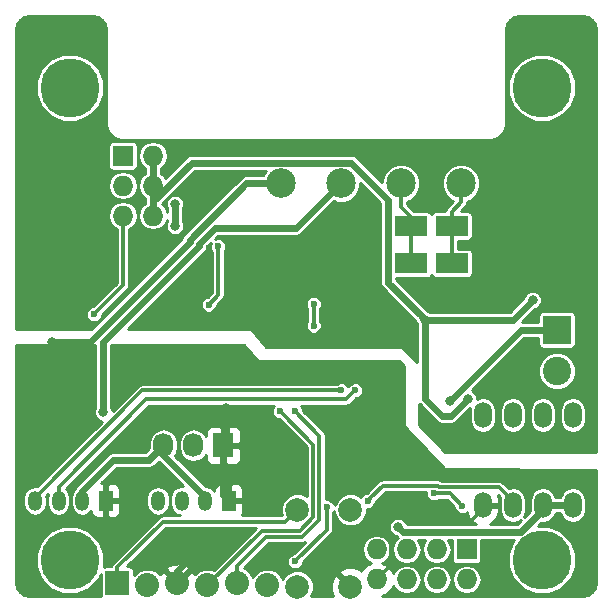
<source format=gbl>
G04 #@! TF.FileFunction,Copper,L2,Bot,Signal*
%FSLAX46Y46*%
G04 Gerber Fmt 4.6, Leading zero omitted, Abs format (unit mm)*
G04 Created by KiCad (PCBNEW 4.0.2+dfsg1-stable) date Do 08 Jun 2017 17:04:04 CEST*
%MOMM*%
G01*
G04 APERTURE LIST*
%ADD10C,0.100000*%
%ADD11C,5.000000*%
%ADD12R,1.198880X1.699260*%
%ADD13O,1.198880X1.699260*%
%ADD14R,1.727200X1.727200*%
%ADD15O,1.727200X1.727200*%
%ADD16R,1.727200X2.032000*%
%ADD17O,1.727200X2.032000*%
%ADD18R,2.032000X2.032000*%
%ADD19C,2.032000*%
%ADD20O,1.501140X2.199640*%
%ADD21C,2.400000*%
%ADD22R,2.400000X2.400000*%
%ADD23C,2.500000*%
%ADD24C,1.998980*%
%ADD25R,2.800000X1.700000*%
%ADD26R,2.800000X1.699260*%
%ADD27C,0.600000*%
%ADD28C,0.800000*%
%ADD29C,0.304800*%
%ADD30C,0.600000*%
%ADD31C,0.254000*%
G04 APERTURE END LIST*
D10*
D11*
X165450000Y-140350000D03*
X125450000Y-140350000D03*
X125450000Y-100350000D03*
D12*
X128511280Y-135331000D03*
D13*
X124508240Y-135331000D03*
X126509760Y-135331000D03*
X122509260Y-135331000D03*
D12*
X138925280Y-135331000D03*
D13*
X134922240Y-135331000D03*
X136923760Y-135331000D03*
X132923260Y-135331000D03*
D14*
X129954000Y-106121000D03*
D15*
X132494000Y-106121000D03*
X129954000Y-108661000D03*
X132494000Y-108661000D03*
X129954000Y-111201000D03*
X132494000Y-111201000D03*
D16*
X138463000Y-130632000D03*
D17*
X135923000Y-130632000D03*
X133383000Y-130632000D03*
D18*
X129489200Y-142290800D03*
D19*
X132029200Y-142494000D03*
X134569200Y-142290800D03*
X137109200Y-142494000D03*
X139649200Y-142290800D03*
X142189200Y-142494000D03*
D14*
X159050000Y-139450000D03*
D15*
X159050000Y-141990000D03*
X156510000Y-139450000D03*
X156510000Y-141990000D03*
X153970000Y-139450000D03*
X153970000Y-141990000D03*
X151430000Y-139450000D03*
X151430000Y-141990000D03*
D11*
X165450000Y-100350000D03*
D20*
X168054000Y-128092000D03*
X165514000Y-128092000D03*
X162974000Y-128092000D03*
X160434000Y-128092000D03*
X160434000Y-135712000D03*
X162974000Y-135712000D03*
X165514000Y-135712000D03*
X168054000Y-135712000D03*
D21*
X166700000Y-124350000D03*
D22*
X166700000Y-120850000D03*
D23*
X143330000Y-108450000D03*
X148410000Y-108450000D03*
X158570000Y-108450000D03*
X153490000Y-108450000D03*
D24*
X149214840Y-142595600D03*
X144713960Y-136093200D03*
X144713960Y-142595600D03*
X149214840Y-136093200D03*
D25*
X157787340Y-112064800D03*
X154327860Y-112064800D03*
D26*
X154327860Y-115214400D03*
D25*
X157787340Y-115214400D03*
D27*
X146100800Y-118668800D03*
X146100800Y-120497600D03*
X138026309Y-113794709D03*
X137210800Y-118719600D03*
X161798000Y-109220000D03*
X163245800Y-96088200D03*
X137210800Y-113944400D03*
X134162800Y-118719600D03*
X168351200Y-108508800D03*
D28*
X138684000Y-127508000D03*
X137414000Y-138430000D03*
X123985000Y-121869000D03*
X134378703Y-112056902D03*
X134378719Y-110185200D03*
X153254020Y-137556820D03*
X157632400Y-126847600D03*
X159156400Y-126695200D03*
X164642800Y-118313200D03*
X155549600Y-119989600D03*
D27*
X149606000Y-125984000D03*
X148437600Y-125984000D03*
X156292103Y-134691169D03*
X158673907Y-135745580D03*
X150672800Y-135331200D03*
X144526000Y-140462000D03*
X147223084Y-135890000D03*
X144526000Y-127762000D03*
X143256000Y-127762000D03*
D28*
X128303000Y-127838000D03*
D27*
X127508000Y-119532400D03*
D29*
X146100800Y-120497600D02*
X146100800Y-118668800D01*
X138026309Y-114218973D02*
X138026309Y-113794709D01*
X138026309Y-117904091D02*
X138026309Y-114218973D01*
X137210800Y-118719600D02*
X138026309Y-117904091D01*
X162483800Y-104394000D02*
X162483800Y-96850200D01*
X162483800Y-96850200D02*
X163245800Y-96088200D01*
X161798000Y-105079800D02*
X162483800Y-104394000D01*
X161798000Y-109220000D02*
X161798000Y-105079800D01*
X134162800Y-118719600D02*
X137210800Y-115671600D01*
X137210800Y-115671600D02*
X137210800Y-113944400D01*
X161798000Y-109220000D02*
X167640000Y-109220000D01*
X167640000Y-109220000D02*
X168351200Y-108508800D01*
X152501600Y-136702800D02*
X153492400Y-135712000D01*
X153492400Y-135712000D02*
X157055933Y-135712000D01*
X157055933Y-135712000D02*
X158460553Y-137116620D01*
X158460553Y-137116620D02*
X159378630Y-137116620D01*
X159378630Y-137116620D02*
X160434000Y-136061250D01*
X160434000Y-136061250D02*
X160434000Y-135712000D01*
X152501600Y-138379200D02*
X152501600Y-136702800D01*
X152646001Y-138523601D02*
X152501600Y-138379200D01*
X151430000Y-141990000D02*
X152646001Y-140773999D01*
X152646001Y-140773999D02*
X152646001Y-138523601D01*
D30*
X127153080Y-121869000D02*
X124550685Y-121869000D01*
X140389810Y-108450000D02*
X135610787Y-113229023D01*
X143330000Y-108450000D02*
X140389810Y-108450000D01*
X135610787Y-113411293D02*
X127153080Y-121869000D01*
X124550685Y-121869000D02*
X123985000Y-121869000D01*
X135610787Y-113229023D02*
X135610787Y-113411293D01*
X138684000Y-127508000D02*
X138684000Y-130411000D01*
X138684000Y-130411000D02*
X138463000Y-130632000D01*
X138463000Y-130632000D02*
X138463000Y-134868720D01*
X138463000Y-134868720D02*
X138925280Y-135331000D01*
X134569200Y-142290800D02*
X134569200Y-141274800D01*
X134569200Y-141274800D02*
X137414000Y-138430000D01*
X134378719Y-112056886D02*
X134378703Y-112056902D01*
X134378719Y-110185200D02*
X134378719Y-112056886D01*
X165514000Y-136061250D02*
X163618431Y-137956819D01*
X163618431Y-137956819D02*
X153654019Y-137956819D01*
X153654019Y-137956819D02*
X153254020Y-137556820D01*
X165514000Y-135712000D02*
X165514000Y-136061250D01*
X168054000Y-135712000D02*
X165514000Y-135712000D01*
X126509760Y-135331000D02*
X126509760Y-134500640D01*
X126509760Y-134500640D02*
X129133600Y-131876800D01*
X129133600Y-131876800D02*
X132138200Y-131876800D01*
X132138200Y-131876800D02*
X133383000Y-130632000D01*
X136923760Y-135331000D02*
X136923760Y-134993360D01*
X136923760Y-134993360D02*
X133383000Y-131452600D01*
X133383000Y-131452600D02*
X133383000Y-130632000D01*
X166700000Y-120850000D02*
X163630000Y-120850000D01*
X163630000Y-120850000D02*
X157632400Y-126847600D01*
X156972000Y-128117600D02*
X155549600Y-126695200D01*
X155549600Y-126695200D02*
X155549600Y-119989600D01*
X157734000Y-128117600D02*
X156972000Y-128117600D01*
X159156400Y-126695200D02*
X157734000Y-128117600D01*
X155149601Y-119589601D02*
X155549600Y-119989600D01*
X152427859Y-116867859D02*
X155149601Y-119589601D01*
X152427859Y-109877857D02*
X152427859Y-116867859D01*
X135773687Y-106699999D02*
X149250001Y-106699999D01*
X132494000Y-111201000D02*
X132494000Y-109979686D01*
X132494000Y-109979686D02*
X135773687Y-106699999D01*
X149250001Y-106699999D02*
X152427859Y-109877857D01*
X155549600Y-119989600D02*
X162966400Y-119989600D01*
X162966400Y-119989600D02*
X164642800Y-118313200D01*
X132494000Y-108661000D02*
X132494000Y-111201000D01*
X132494000Y-106121000D02*
X132494000Y-108661000D01*
D29*
X131938810Y-126746000D02*
X148844000Y-126746000D01*
X148844000Y-126746000D02*
X149606000Y-125984000D01*
X124508240Y-134176570D02*
X131938810Y-126746000D01*
X124508240Y-135331000D02*
X124508240Y-134176570D01*
X148013336Y-125984000D02*
X148437600Y-125984000D01*
X122509260Y-135080810D02*
X131606070Y-125984000D01*
X122509260Y-135331000D02*
X122509260Y-135080810D01*
X131606070Y-125984000D02*
X148013336Y-125984000D01*
X158673907Y-135745580D02*
X157619496Y-134691169D01*
X156716367Y-134691169D02*
X156292103Y-134691169D01*
X157619496Y-134691169D02*
X156716367Y-134691169D01*
X161774050Y-134162800D02*
X156729288Y-134162800D01*
X162974000Y-135362750D02*
X161774050Y-134162800D01*
X156605256Y-134038768D02*
X151965232Y-134038768D01*
X156729288Y-134162800D02*
X156605256Y-134038768D01*
X162974000Y-135712000D02*
X162974000Y-135362750D01*
X150972799Y-135031201D02*
X150672800Y-135331200D01*
X151965232Y-134038768D02*
X150972799Y-135031201D01*
X144526000Y-140462000D02*
X147223084Y-137764916D01*
X147223084Y-137764916D02*
X147223084Y-135890000D01*
X143714471Y-137092689D02*
X144713960Y-136093200D01*
X133366511Y-137092689D02*
X143714471Y-137092689D01*
X129489200Y-142290800D02*
X129489200Y-140970000D01*
X129489200Y-140970000D02*
X133366511Y-137092689D01*
X145126681Y-138395189D02*
X142107971Y-138395189D01*
X144526000Y-127762000D02*
X146570662Y-129806662D01*
X139649200Y-140853960D02*
X139649200Y-142290800D01*
X146570662Y-136951208D02*
X145126681Y-138395189D01*
X146570662Y-129806662D02*
X146570662Y-136951208D01*
X142107971Y-138395189D02*
X139649200Y-140853960D01*
X146065851Y-130571851D02*
X143555999Y-128061999D01*
X146065851Y-136742109D02*
X146065851Y-130571851D01*
X144917582Y-137890378D02*
X146065851Y-136742109D01*
X143555999Y-128061999D02*
X143256000Y-127762000D01*
X137109200Y-142494000D02*
X141712822Y-137890378D01*
X141712822Y-137890378D02*
X144917582Y-137890378D01*
D30*
X128303000Y-127272315D02*
X128303000Y-127838000D01*
X137754196Y-112217000D02*
X136410798Y-113560398D01*
X144643000Y-112217000D02*
X137754196Y-112217000D01*
X148410000Y-108450000D02*
X144643000Y-112217000D01*
X136410798Y-113560398D02*
X136410798Y-113761202D01*
X128303000Y-121869000D02*
X128303000Y-127272315D01*
X136410798Y-113761202D02*
X128303000Y-121869000D01*
D29*
X129954000Y-111201000D02*
X129954000Y-117086400D01*
X129954000Y-117086400D02*
X127508000Y-119532400D01*
X157787340Y-112064800D02*
X157787340Y-115214400D01*
X158570000Y-108450000D02*
X158570000Y-110060400D01*
X157787340Y-110843060D02*
X157787340Y-112064800D01*
X158570000Y-110060400D02*
X157787340Y-110843060D01*
X154327860Y-112064800D02*
X154327860Y-115214400D01*
X154327860Y-112064800D02*
X154327860Y-111300260D01*
X154327860Y-111300260D02*
X153490000Y-110462400D01*
X153490000Y-110462400D02*
X153490000Y-108450000D01*
D31*
G36*
X127846103Y-94393723D02*
X128181902Y-94618098D01*
X128406277Y-94953897D01*
X128494000Y-95394913D01*
X128494000Y-103350000D01*
X128502762Y-103394050D01*
X128502762Y-103438961D01*
X128578882Y-103821644D01*
X128646970Y-103986023D01*
X128863743Y-104310447D01*
X128989553Y-104436257D01*
X129313977Y-104653030D01*
X129478356Y-104721118D01*
X129861039Y-104797238D01*
X129905950Y-104797238D01*
X129950000Y-104806000D01*
X160950000Y-104806000D01*
X160994050Y-104797238D01*
X161038961Y-104797238D01*
X161421644Y-104721118D01*
X161586023Y-104653030D01*
X161910447Y-104436257D01*
X162036257Y-104310447D01*
X162253030Y-103986023D01*
X162321118Y-103821644D01*
X162397238Y-103438961D01*
X162397238Y-103394050D01*
X162406000Y-103350000D01*
X162406000Y-100920552D01*
X162568501Y-100920552D01*
X163006183Y-101979823D01*
X163815914Y-102790969D01*
X164874420Y-103230499D01*
X166020552Y-103231499D01*
X167079823Y-102793817D01*
X167890969Y-101984086D01*
X168330499Y-100925580D01*
X168331499Y-99779448D01*
X167893817Y-98720177D01*
X167084086Y-97909031D01*
X166025580Y-97469501D01*
X164879448Y-97468501D01*
X163820177Y-97906183D01*
X163009031Y-98715914D01*
X162569501Y-99774420D01*
X162568501Y-100920552D01*
X162406000Y-100920552D01*
X162406000Y-95394912D01*
X162493723Y-94953897D01*
X162718098Y-94618098D01*
X163053897Y-94393723D01*
X163494913Y-94306000D01*
X168905088Y-94306000D01*
X169346103Y-94393723D01*
X169681902Y-94618098D01*
X169906277Y-94953897D01*
X169994000Y-95394913D01*
X169994000Y-131173000D01*
X157252606Y-131173000D01*
X155027000Y-128947394D01*
X155027000Y-127115289D01*
X155068060Y-127176740D01*
X156490458Y-128599137D01*
X156490460Y-128599140D01*
X156711393Y-128746762D01*
X156972000Y-128798600D01*
X157734000Y-128798600D01*
X157994608Y-128746762D01*
X158215540Y-128599140D01*
X159352461Y-127462218D01*
X159302430Y-127713739D01*
X159302430Y-128470261D01*
X159388566Y-128903294D01*
X159633859Y-129270402D01*
X160000967Y-129515695D01*
X160434000Y-129601831D01*
X160867033Y-129515695D01*
X161234141Y-129270402D01*
X161479434Y-128903294D01*
X161565570Y-128470261D01*
X161565570Y-127713739D01*
X161842430Y-127713739D01*
X161842430Y-128470261D01*
X161928566Y-128903294D01*
X162173859Y-129270402D01*
X162540967Y-129515695D01*
X162974000Y-129601831D01*
X163407033Y-129515695D01*
X163774141Y-129270402D01*
X164019434Y-128903294D01*
X164105570Y-128470261D01*
X164105570Y-127713739D01*
X164382430Y-127713739D01*
X164382430Y-128470261D01*
X164468566Y-128903294D01*
X164713859Y-129270402D01*
X165080967Y-129515695D01*
X165514000Y-129601831D01*
X165947033Y-129515695D01*
X166314141Y-129270402D01*
X166559434Y-128903294D01*
X166645570Y-128470261D01*
X166645570Y-127713739D01*
X166922430Y-127713739D01*
X166922430Y-128470261D01*
X167008566Y-128903294D01*
X167253859Y-129270402D01*
X167620967Y-129515695D01*
X168054000Y-129601831D01*
X168487033Y-129515695D01*
X168854141Y-129270402D01*
X169099434Y-128903294D01*
X169185570Y-128470261D01*
X169185570Y-127713739D01*
X169099434Y-127280706D01*
X168854141Y-126913598D01*
X168487033Y-126668305D01*
X168054000Y-126582169D01*
X167620967Y-126668305D01*
X167253859Y-126913598D01*
X167008566Y-127280706D01*
X166922430Y-127713739D01*
X166645570Y-127713739D01*
X166559434Y-127280706D01*
X166314141Y-126913598D01*
X165947033Y-126668305D01*
X165514000Y-126582169D01*
X165080967Y-126668305D01*
X164713859Y-126913598D01*
X164468566Y-127280706D01*
X164382430Y-127713739D01*
X164105570Y-127713739D01*
X164019434Y-127280706D01*
X163774141Y-126913598D01*
X163407033Y-126668305D01*
X162974000Y-126582169D01*
X162540967Y-126668305D01*
X162173859Y-126913598D01*
X161928566Y-127280706D01*
X161842430Y-127713739D01*
X161565570Y-127713739D01*
X161479434Y-127280706D01*
X161234141Y-126913598D01*
X160867033Y-126668305D01*
X160434000Y-126582169D01*
X160000967Y-126668305D01*
X159937387Y-126710788D01*
X159937536Y-126540531D01*
X159818886Y-126253377D01*
X159599379Y-126033486D01*
X159465277Y-125977803D01*
X160779979Y-124663101D01*
X165118726Y-124663101D01*
X165358912Y-125244395D01*
X165803266Y-125689525D01*
X166384140Y-125930725D01*
X167013101Y-125931274D01*
X167594395Y-125691088D01*
X168039525Y-125246734D01*
X168280725Y-124665860D01*
X168281274Y-124036899D01*
X168041088Y-123455605D01*
X167596734Y-123010475D01*
X167015860Y-122769275D01*
X166386899Y-122768726D01*
X165805605Y-123008912D01*
X165360475Y-123453266D01*
X165119275Y-124034140D01*
X165118726Y-124663101D01*
X160779979Y-124663101D01*
X163912080Y-121531000D01*
X165111536Y-121531000D01*
X165111536Y-122050000D01*
X165138103Y-122191190D01*
X165221546Y-122320865D01*
X165348866Y-122407859D01*
X165500000Y-122438464D01*
X167900000Y-122438464D01*
X168041190Y-122411897D01*
X168170865Y-122328454D01*
X168257859Y-122201134D01*
X168288464Y-122050000D01*
X168288464Y-119650000D01*
X168261897Y-119508810D01*
X168178454Y-119379135D01*
X168051134Y-119292141D01*
X167900000Y-119261536D01*
X165500000Y-119261536D01*
X165358810Y-119288103D01*
X165229135Y-119371546D01*
X165142141Y-119498866D01*
X165111536Y-119650000D01*
X165111536Y-120169000D01*
X163750080Y-120169000D01*
X164843948Y-119075131D01*
X165084623Y-118975686D01*
X165304514Y-118756179D01*
X165423664Y-118469232D01*
X165423936Y-118158531D01*
X165305286Y-117871377D01*
X165085779Y-117651486D01*
X164798832Y-117532336D01*
X164488131Y-117532064D01*
X164200977Y-117650714D01*
X163981086Y-117870221D01*
X163880528Y-118112393D01*
X162684320Y-119308600D01*
X155946133Y-119308600D01*
X155750409Y-119227329D01*
X155631141Y-119108061D01*
X155631138Y-119108059D01*
X153108859Y-116585779D01*
X153108859Y-116452494D01*
X155727860Y-116452494D01*
X155869050Y-116425927D01*
X155998725Y-116342484D01*
X156057850Y-116255952D01*
X156108886Y-116335265D01*
X156236206Y-116422259D01*
X156387340Y-116452864D01*
X159187340Y-116452864D01*
X159328530Y-116426297D01*
X159458205Y-116342854D01*
X159545199Y-116215534D01*
X159575804Y-116064400D01*
X159575804Y-114364400D01*
X159549237Y-114223210D01*
X159465794Y-114093535D01*
X159338474Y-114006541D01*
X159187340Y-113975936D01*
X158320740Y-113975936D01*
X158320740Y-113303264D01*
X159187340Y-113303264D01*
X159328530Y-113276697D01*
X159458205Y-113193254D01*
X159545199Y-113065934D01*
X159575804Y-112914800D01*
X159575804Y-111214800D01*
X159549237Y-111073610D01*
X159465794Y-110943935D01*
X159338474Y-110856941D01*
X159187340Y-110826336D01*
X158558405Y-110826336D01*
X158947168Y-110437573D01*
X158947171Y-110437571D01*
X159032638Y-110309660D01*
X159062797Y-110264524D01*
X159103400Y-110060400D01*
X159103400Y-109994348D01*
X159492680Y-109833501D01*
X159951888Y-109375093D01*
X160200716Y-108775849D01*
X160201282Y-108126997D01*
X159953501Y-107527320D01*
X159495093Y-107068112D01*
X158895849Y-106819284D01*
X158246997Y-106818718D01*
X157647320Y-107066499D01*
X157188112Y-107524907D01*
X156939284Y-108124151D01*
X156938718Y-108773003D01*
X157186499Y-109372680D01*
X157644907Y-109831888D01*
X157927025Y-109949034D01*
X157410169Y-110465889D01*
X157294543Y-110638937D01*
X157257267Y-110826336D01*
X156387340Y-110826336D01*
X156246150Y-110852903D01*
X156116475Y-110936346D01*
X156057228Y-111023058D01*
X156006314Y-110943935D01*
X155878994Y-110856941D01*
X155727860Y-110826336D01*
X154608278Y-110826336D01*
X154023400Y-110241458D01*
X154023400Y-109994348D01*
X154412680Y-109833501D01*
X154871888Y-109375093D01*
X155120716Y-108775849D01*
X155121282Y-108126997D01*
X154873501Y-107527320D01*
X154415093Y-107068112D01*
X153815849Y-106819284D01*
X153166997Y-106818718D01*
X152567320Y-107066499D01*
X152108112Y-107524907D01*
X151859284Y-108124151D01*
X151859090Y-108346008D01*
X149731541Y-106218459D01*
X149510609Y-106070837D01*
X149250001Y-106018999D01*
X135773692Y-106018999D01*
X135773687Y-106018998D01*
X135513079Y-106070837D01*
X135292147Y-106218459D01*
X133531117Y-107979489D01*
X133398448Y-107780935D01*
X133175000Y-107631632D01*
X133175000Y-107150368D01*
X133398448Y-107001065D01*
X133668243Y-106597288D01*
X133762983Y-106121000D01*
X133668243Y-105644712D01*
X133398448Y-105240935D01*
X132994671Y-104971140D01*
X132518383Y-104876400D01*
X132469617Y-104876400D01*
X131993329Y-104971140D01*
X131589552Y-105240935D01*
X131319757Y-105644712D01*
X131225017Y-106121000D01*
X131319757Y-106597288D01*
X131589552Y-107001065D01*
X131813000Y-107150368D01*
X131813000Y-107631632D01*
X131589552Y-107780935D01*
X131319757Y-108184712D01*
X131225017Y-108661000D01*
X131319757Y-109137288D01*
X131589552Y-109541065D01*
X131813000Y-109690368D01*
X131813000Y-110171632D01*
X131589552Y-110320935D01*
X131319757Y-110724712D01*
X131225017Y-111201000D01*
X131319757Y-111677288D01*
X131589552Y-112081065D01*
X131993329Y-112350860D01*
X132469617Y-112445600D01*
X132518383Y-112445600D01*
X132994671Y-112350860D01*
X133398448Y-112081065D01*
X133668243Y-111677288D01*
X133697719Y-111529103D01*
X133697719Y-111660331D01*
X133597839Y-111900870D01*
X133597567Y-112211571D01*
X133716217Y-112498725D01*
X133935724Y-112718616D01*
X134222671Y-112837766D01*
X134533372Y-112838038D01*
X134820526Y-112719388D01*
X135040417Y-112499881D01*
X135159567Y-112212934D01*
X135159839Y-111902233D01*
X135059719Y-111659925D01*
X135059719Y-110581733D01*
X135159583Y-110341232D01*
X135159855Y-110030531D01*
X135041205Y-109743377D01*
X134821698Y-109523486D01*
X134534751Y-109404336D01*
X134224050Y-109404064D01*
X133936896Y-109522714D01*
X133717005Y-109742221D01*
X133597855Y-110029168D01*
X133597583Y-110339869D01*
X133697719Y-110582216D01*
X133697719Y-110872897D01*
X133668243Y-110724712D01*
X133398448Y-110320935D01*
X133229031Y-110207735D01*
X136055767Y-107380999D01*
X142092271Y-107380999D01*
X141948112Y-107524907D01*
X141846756Y-107769000D01*
X140389810Y-107769000D01*
X140129202Y-107820838D01*
X139908270Y-107968460D01*
X135129247Y-112747483D01*
X134981625Y-112968415D01*
X134981625Y-112968416D01*
X134954570Y-113104430D01*
X127286000Y-120773000D01*
X120906000Y-120773000D01*
X120906000Y-119667265D01*
X126826882Y-119667265D01*
X126930339Y-119917652D01*
X127121741Y-120109387D01*
X127371946Y-120213282D01*
X127642865Y-120213518D01*
X127893252Y-120110061D01*
X128084987Y-119918659D01*
X128188882Y-119668454D01*
X128188937Y-119605805D01*
X130331168Y-117463573D01*
X130331171Y-117463571D01*
X130407458Y-117349399D01*
X130446797Y-117290524D01*
X130487400Y-117086400D01*
X130487400Y-112328991D01*
X130858448Y-112081065D01*
X131128243Y-111677288D01*
X131222983Y-111201000D01*
X131128243Y-110724712D01*
X130858448Y-110320935D01*
X130454671Y-110051140D01*
X129978383Y-109956400D01*
X129929617Y-109956400D01*
X129453329Y-110051140D01*
X129049552Y-110320935D01*
X128779757Y-110724712D01*
X128685017Y-111201000D01*
X128779757Y-111677288D01*
X129049552Y-112081065D01*
X129420600Y-112328991D01*
X129420600Y-116865459D01*
X127434722Y-118851336D01*
X127373135Y-118851282D01*
X127122748Y-118954739D01*
X126931013Y-119146141D01*
X126827118Y-119396346D01*
X126826882Y-119667265D01*
X120906000Y-119667265D01*
X120906000Y-108661000D01*
X128685017Y-108661000D01*
X128779757Y-109137288D01*
X129049552Y-109541065D01*
X129453329Y-109810860D01*
X129929617Y-109905600D01*
X129978383Y-109905600D01*
X130454671Y-109810860D01*
X130858448Y-109541065D01*
X131128243Y-109137288D01*
X131222983Y-108661000D01*
X131128243Y-108184712D01*
X130858448Y-107780935D01*
X130454671Y-107511140D01*
X129978383Y-107416400D01*
X129929617Y-107416400D01*
X129453329Y-107511140D01*
X129049552Y-107780935D01*
X128779757Y-108184712D01*
X128685017Y-108661000D01*
X120906000Y-108661000D01*
X120906000Y-105257400D01*
X128701936Y-105257400D01*
X128701936Y-106984600D01*
X128728503Y-107125790D01*
X128811946Y-107255465D01*
X128939266Y-107342459D01*
X129090400Y-107373064D01*
X130817600Y-107373064D01*
X130958790Y-107346497D01*
X131088465Y-107263054D01*
X131175459Y-107135734D01*
X131206064Y-106984600D01*
X131206064Y-105257400D01*
X131179497Y-105116210D01*
X131096054Y-104986535D01*
X130968734Y-104899541D01*
X130817600Y-104868936D01*
X129090400Y-104868936D01*
X128949210Y-104895503D01*
X128819535Y-104978946D01*
X128732541Y-105106266D01*
X128701936Y-105257400D01*
X120906000Y-105257400D01*
X120906000Y-100920552D01*
X122568501Y-100920552D01*
X123006183Y-101979823D01*
X123815914Y-102790969D01*
X124874420Y-103230499D01*
X126020552Y-103231499D01*
X127079823Y-102793817D01*
X127890969Y-101984086D01*
X128330499Y-100925580D01*
X128331499Y-99779448D01*
X127893817Y-98720177D01*
X127084086Y-97909031D01*
X126025580Y-97469501D01*
X124879448Y-97468501D01*
X123820177Y-97906183D01*
X123009031Y-98715914D01*
X122569501Y-99774420D01*
X122568501Y-100920552D01*
X120906000Y-100920552D01*
X120906000Y-95394912D01*
X120993723Y-94953897D01*
X121218098Y-94618098D01*
X121553897Y-94393723D01*
X121994913Y-94306000D01*
X127405088Y-94306000D01*
X127846103Y-94393723D01*
X127846103Y-94393723D01*
G37*
X127846103Y-94393723D02*
X128181902Y-94618098D01*
X128406277Y-94953897D01*
X128494000Y-95394913D01*
X128494000Y-103350000D01*
X128502762Y-103394050D01*
X128502762Y-103438961D01*
X128578882Y-103821644D01*
X128646970Y-103986023D01*
X128863743Y-104310447D01*
X128989553Y-104436257D01*
X129313977Y-104653030D01*
X129478356Y-104721118D01*
X129861039Y-104797238D01*
X129905950Y-104797238D01*
X129950000Y-104806000D01*
X160950000Y-104806000D01*
X160994050Y-104797238D01*
X161038961Y-104797238D01*
X161421644Y-104721118D01*
X161586023Y-104653030D01*
X161910447Y-104436257D01*
X162036257Y-104310447D01*
X162253030Y-103986023D01*
X162321118Y-103821644D01*
X162397238Y-103438961D01*
X162397238Y-103394050D01*
X162406000Y-103350000D01*
X162406000Y-100920552D01*
X162568501Y-100920552D01*
X163006183Y-101979823D01*
X163815914Y-102790969D01*
X164874420Y-103230499D01*
X166020552Y-103231499D01*
X167079823Y-102793817D01*
X167890969Y-101984086D01*
X168330499Y-100925580D01*
X168331499Y-99779448D01*
X167893817Y-98720177D01*
X167084086Y-97909031D01*
X166025580Y-97469501D01*
X164879448Y-97468501D01*
X163820177Y-97906183D01*
X163009031Y-98715914D01*
X162569501Y-99774420D01*
X162568501Y-100920552D01*
X162406000Y-100920552D01*
X162406000Y-95394912D01*
X162493723Y-94953897D01*
X162718098Y-94618098D01*
X163053897Y-94393723D01*
X163494913Y-94306000D01*
X168905088Y-94306000D01*
X169346103Y-94393723D01*
X169681902Y-94618098D01*
X169906277Y-94953897D01*
X169994000Y-95394913D01*
X169994000Y-131173000D01*
X157252606Y-131173000D01*
X155027000Y-128947394D01*
X155027000Y-127115289D01*
X155068060Y-127176740D01*
X156490458Y-128599137D01*
X156490460Y-128599140D01*
X156711393Y-128746762D01*
X156972000Y-128798600D01*
X157734000Y-128798600D01*
X157994608Y-128746762D01*
X158215540Y-128599140D01*
X159352461Y-127462218D01*
X159302430Y-127713739D01*
X159302430Y-128470261D01*
X159388566Y-128903294D01*
X159633859Y-129270402D01*
X160000967Y-129515695D01*
X160434000Y-129601831D01*
X160867033Y-129515695D01*
X161234141Y-129270402D01*
X161479434Y-128903294D01*
X161565570Y-128470261D01*
X161565570Y-127713739D01*
X161842430Y-127713739D01*
X161842430Y-128470261D01*
X161928566Y-128903294D01*
X162173859Y-129270402D01*
X162540967Y-129515695D01*
X162974000Y-129601831D01*
X163407033Y-129515695D01*
X163774141Y-129270402D01*
X164019434Y-128903294D01*
X164105570Y-128470261D01*
X164105570Y-127713739D01*
X164382430Y-127713739D01*
X164382430Y-128470261D01*
X164468566Y-128903294D01*
X164713859Y-129270402D01*
X165080967Y-129515695D01*
X165514000Y-129601831D01*
X165947033Y-129515695D01*
X166314141Y-129270402D01*
X166559434Y-128903294D01*
X166645570Y-128470261D01*
X166645570Y-127713739D01*
X166922430Y-127713739D01*
X166922430Y-128470261D01*
X167008566Y-128903294D01*
X167253859Y-129270402D01*
X167620967Y-129515695D01*
X168054000Y-129601831D01*
X168487033Y-129515695D01*
X168854141Y-129270402D01*
X169099434Y-128903294D01*
X169185570Y-128470261D01*
X169185570Y-127713739D01*
X169099434Y-127280706D01*
X168854141Y-126913598D01*
X168487033Y-126668305D01*
X168054000Y-126582169D01*
X167620967Y-126668305D01*
X167253859Y-126913598D01*
X167008566Y-127280706D01*
X166922430Y-127713739D01*
X166645570Y-127713739D01*
X166559434Y-127280706D01*
X166314141Y-126913598D01*
X165947033Y-126668305D01*
X165514000Y-126582169D01*
X165080967Y-126668305D01*
X164713859Y-126913598D01*
X164468566Y-127280706D01*
X164382430Y-127713739D01*
X164105570Y-127713739D01*
X164019434Y-127280706D01*
X163774141Y-126913598D01*
X163407033Y-126668305D01*
X162974000Y-126582169D01*
X162540967Y-126668305D01*
X162173859Y-126913598D01*
X161928566Y-127280706D01*
X161842430Y-127713739D01*
X161565570Y-127713739D01*
X161479434Y-127280706D01*
X161234141Y-126913598D01*
X160867033Y-126668305D01*
X160434000Y-126582169D01*
X160000967Y-126668305D01*
X159937387Y-126710788D01*
X159937536Y-126540531D01*
X159818886Y-126253377D01*
X159599379Y-126033486D01*
X159465277Y-125977803D01*
X160779979Y-124663101D01*
X165118726Y-124663101D01*
X165358912Y-125244395D01*
X165803266Y-125689525D01*
X166384140Y-125930725D01*
X167013101Y-125931274D01*
X167594395Y-125691088D01*
X168039525Y-125246734D01*
X168280725Y-124665860D01*
X168281274Y-124036899D01*
X168041088Y-123455605D01*
X167596734Y-123010475D01*
X167015860Y-122769275D01*
X166386899Y-122768726D01*
X165805605Y-123008912D01*
X165360475Y-123453266D01*
X165119275Y-124034140D01*
X165118726Y-124663101D01*
X160779979Y-124663101D01*
X163912080Y-121531000D01*
X165111536Y-121531000D01*
X165111536Y-122050000D01*
X165138103Y-122191190D01*
X165221546Y-122320865D01*
X165348866Y-122407859D01*
X165500000Y-122438464D01*
X167900000Y-122438464D01*
X168041190Y-122411897D01*
X168170865Y-122328454D01*
X168257859Y-122201134D01*
X168288464Y-122050000D01*
X168288464Y-119650000D01*
X168261897Y-119508810D01*
X168178454Y-119379135D01*
X168051134Y-119292141D01*
X167900000Y-119261536D01*
X165500000Y-119261536D01*
X165358810Y-119288103D01*
X165229135Y-119371546D01*
X165142141Y-119498866D01*
X165111536Y-119650000D01*
X165111536Y-120169000D01*
X163750080Y-120169000D01*
X164843948Y-119075131D01*
X165084623Y-118975686D01*
X165304514Y-118756179D01*
X165423664Y-118469232D01*
X165423936Y-118158531D01*
X165305286Y-117871377D01*
X165085779Y-117651486D01*
X164798832Y-117532336D01*
X164488131Y-117532064D01*
X164200977Y-117650714D01*
X163981086Y-117870221D01*
X163880528Y-118112393D01*
X162684320Y-119308600D01*
X155946133Y-119308600D01*
X155750409Y-119227329D01*
X155631141Y-119108061D01*
X155631138Y-119108059D01*
X153108859Y-116585779D01*
X153108859Y-116452494D01*
X155727860Y-116452494D01*
X155869050Y-116425927D01*
X155998725Y-116342484D01*
X156057850Y-116255952D01*
X156108886Y-116335265D01*
X156236206Y-116422259D01*
X156387340Y-116452864D01*
X159187340Y-116452864D01*
X159328530Y-116426297D01*
X159458205Y-116342854D01*
X159545199Y-116215534D01*
X159575804Y-116064400D01*
X159575804Y-114364400D01*
X159549237Y-114223210D01*
X159465794Y-114093535D01*
X159338474Y-114006541D01*
X159187340Y-113975936D01*
X158320740Y-113975936D01*
X158320740Y-113303264D01*
X159187340Y-113303264D01*
X159328530Y-113276697D01*
X159458205Y-113193254D01*
X159545199Y-113065934D01*
X159575804Y-112914800D01*
X159575804Y-111214800D01*
X159549237Y-111073610D01*
X159465794Y-110943935D01*
X159338474Y-110856941D01*
X159187340Y-110826336D01*
X158558405Y-110826336D01*
X158947168Y-110437573D01*
X158947171Y-110437571D01*
X159032638Y-110309660D01*
X159062797Y-110264524D01*
X159103400Y-110060400D01*
X159103400Y-109994348D01*
X159492680Y-109833501D01*
X159951888Y-109375093D01*
X160200716Y-108775849D01*
X160201282Y-108126997D01*
X159953501Y-107527320D01*
X159495093Y-107068112D01*
X158895849Y-106819284D01*
X158246997Y-106818718D01*
X157647320Y-107066499D01*
X157188112Y-107524907D01*
X156939284Y-108124151D01*
X156938718Y-108773003D01*
X157186499Y-109372680D01*
X157644907Y-109831888D01*
X157927025Y-109949034D01*
X157410169Y-110465889D01*
X157294543Y-110638937D01*
X157257267Y-110826336D01*
X156387340Y-110826336D01*
X156246150Y-110852903D01*
X156116475Y-110936346D01*
X156057228Y-111023058D01*
X156006314Y-110943935D01*
X155878994Y-110856941D01*
X155727860Y-110826336D01*
X154608278Y-110826336D01*
X154023400Y-110241458D01*
X154023400Y-109994348D01*
X154412680Y-109833501D01*
X154871888Y-109375093D01*
X155120716Y-108775849D01*
X155121282Y-108126997D01*
X154873501Y-107527320D01*
X154415093Y-107068112D01*
X153815849Y-106819284D01*
X153166997Y-106818718D01*
X152567320Y-107066499D01*
X152108112Y-107524907D01*
X151859284Y-108124151D01*
X151859090Y-108346008D01*
X149731541Y-106218459D01*
X149510609Y-106070837D01*
X149250001Y-106018999D01*
X135773692Y-106018999D01*
X135773687Y-106018998D01*
X135513079Y-106070837D01*
X135292147Y-106218459D01*
X133531117Y-107979489D01*
X133398448Y-107780935D01*
X133175000Y-107631632D01*
X133175000Y-107150368D01*
X133398448Y-107001065D01*
X133668243Y-106597288D01*
X133762983Y-106121000D01*
X133668243Y-105644712D01*
X133398448Y-105240935D01*
X132994671Y-104971140D01*
X132518383Y-104876400D01*
X132469617Y-104876400D01*
X131993329Y-104971140D01*
X131589552Y-105240935D01*
X131319757Y-105644712D01*
X131225017Y-106121000D01*
X131319757Y-106597288D01*
X131589552Y-107001065D01*
X131813000Y-107150368D01*
X131813000Y-107631632D01*
X131589552Y-107780935D01*
X131319757Y-108184712D01*
X131225017Y-108661000D01*
X131319757Y-109137288D01*
X131589552Y-109541065D01*
X131813000Y-109690368D01*
X131813000Y-110171632D01*
X131589552Y-110320935D01*
X131319757Y-110724712D01*
X131225017Y-111201000D01*
X131319757Y-111677288D01*
X131589552Y-112081065D01*
X131993329Y-112350860D01*
X132469617Y-112445600D01*
X132518383Y-112445600D01*
X132994671Y-112350860D01*
X133398448Y-112081065D01*
X133668243Y-111677288D01*
X133697719Y-111529103D01*
X133697719Y-111660331D01*
X133597839Y-111900870D01*
X133597567Y-112211571D01*
X133716217Y-112498725D01*
X133935724Y-112718616D01*
X134222671Y-112837766D01*
X134533372Y-112838038D01*
X134820526Y-112719388D01*
X135040417Y-112499881D01*
X135159567Y-112212934D01*
X135159839Y-111902233D01*
X135059719Y-111659925D01*
X135059719Y-110581733D01*
X135159583Y-110341232D01*
X135159855Y-110030531D01*
X135041205Y-109743377D01*
X134821698Y-109523486D01*
X134534751Y-109404336D01*
X134224050Y-109404064D01*
X133936896Y-109522714D01*
X133717005Y-109742221D01*
X133597855Y-110029168D01*
X133597583Y-110339869D01*
X133697719Y-110582216D01*
X133697719Y-110872897D01*
X133668243Y-110724712D01*
X133398448Y-110320935D01*
X133229031Y-110207735D01*
X136055767Y-107380999D01*
X142092271Y-107380999D01*
X141948112Y-107524907D01*
X141846756Y-107769000D01*
X140389810Y-107769000D01*
X140129202Y-107820838D01*
X139908270Y-107968460D01*
X135129247Y-112747483D01*
X134981625Y-112968415D01*
X134981625Y-112968416D01*
X134954570Y-113104430D01*
X127286000Y-120773000D01*
X120906000Y-120773000D01*
X120906000Y-119667265D01*
X126826882Y-119667265D01*
X126930339Y-119917652D01*
X127121741Y-120109387D01*
X127371946Y-120213282D01*
X127642865Y-120213518D01*
X127893252Y-120110061D01*
X128084987Y-119918659D01*
X128188882Y-119668454D01*
X128188937Y-119605805D01*
X130331168Y-117463573D01*
X130331171Y-117463571D01*
X130407458Y-117349399D01*
X130446797Y-117290524D01*
X130487400Y-117086400D01*
X130487400Y-112328991D01*
X130858448Y-112081065D01*
X131128243Y-111677288D01*
X131222983Y-111201000D01*
X131128243Y-110724712D01*
X130858448Y-110320935D01*
X130454671Y-110051140D01*
X129978383Y-109956400D01*
X129929617Y-109956400D01*
X129453329Y-110051140D01*
X129049552Y-110320935D01*
X128779757Y-110724712D01*
X128685017Y-111201000D01*
X128779757Y-111677288D01*
X129049552Y-112081065D01*
X129420600Y-112328991D01*
X129420600Y-116865459D01*
X127434722Y-118851336D01*
X127373135Y-118851282D01*
X127122748Y-118954739D01*
X126931013Y-119146141D01*
X126827118Y-119396346D01*
X126826882Y-119667265D01*
X120906000Y-119667265D01*
X120906000Y-108661000D01*
X128685017Y-108661000D01*
X128779757Y-109137288D01*
X129049552Y-109541065D01*
X129453329Y-109810860D01*
X129929617Y-109905600D01*
X129978383Y-109905600D01*
X130454671Y-109810860D01*
X130858448Y-109541065D01*
X131128243Y-109137288D01*
X131222983Y-108661000D01*
X131128243Y-108184712D01*
X130858448Y-107780935D01*
X130454671Y-107511140D01*
X129978383Y-107416400D01*
X129929617Y-107416400D01*
X129453329Y-107511140D01*
X129049552Y-107780935D01*
X128779757Y-108184712D01*
X128685017Y-108661000D01*
X120906000Y-108661000D01*
X120906000Y-105257400D01*
X128701936Y-105257400D01*
X128701936Y-106984600D01*
X128728503Y-107125790D01*
X128811946Y-107255465D01*
X128939266Y-107342459D01*
X129090400Y-107373064D01*
X130817600Y-107373064D01*
X130958790Y-107346497D01*
X131088465Y-107263054D01*
X131175459Y-107135734D01*
X131206064Y-106984600D01*
X131206064Y-105257400D01*
X131179497Y-105116210D01*
X131096054Y-104986535D01*
X130968734Y-104899541D01*
X130817600Y-104868936D01*
X129090400Y-104868936D01*
X128949210Y-104895503D01*
X128819535Y-104978946D01*
X128732541Y-105106266D01*
X128701936Y-105257400D01*
X120906000Y-105257400D01*
X120906000Y-100920552D01*
X122568501Y-100920552D01*
X123006183Y-101979823D01*
X123815914Y-102790969D01*
X124874420Y-103230499D01*
X126020552Y-103231499D01*
X127079823Y-102793817D01*
X127890969Y-101984086D01*
X128330499Y-100925580D01*
X128331499Y-99779448D01*
X127893817Y-98720177D01*
X127084086Y-97909031D01*
X126025580Y-97469501D01*
X124879448Y-97468501D01*
X123820177Y-97906183D01*
X123009031Y-98715914D01*
X122569501Y-99774420D01*
X122568501Y-100920552D01*
X120906000Y-100920552D01*
X120906000Y-95394912D01*
X120993723Y-94953897D01*
X121218098Y-94618098D01*
X121553897Y-94393723D01*
X121994913Y-94306000D01*
X127405088Y-94306000D01*
X127846103Y-94393723D01*
G36*
X151746859Y-110159937D02*
X151746859Y-116867859D01*
X151798697Y-117128467D01*
X151946319Y-117349399D01*
X154668059Y-120071138D01*
X154668061Y-120071141D01*
X154787669Y-120190749D01*
X154868600Y-120386616D01*
X154868600Y-123588994D01*
X153589803Y-122310197D01*
X153547789Y-122282334D01*
X153500000Y-122273000D01*
X142057992Y-122273000D01*
X140795973Y-120816824D01*
X140756051Y-120786038D01*
X140700000Y-120773000D01*
X130362080Y-120773000D01*
X136892338Y-114242742D01*
X137039960Y-114021810D01*
X137071617Y-113862659D01*
X137394997Y-113539279D01*
X137345427Y-113658655D01*
X137345191Y-113929574D01*
X137448648Y-114179961D01*
X137492909Y-114224299D01*
X137492909Y-117683149D01*
X137137522Y-118038536D01*
X137075935Y-118038482D01*
X136825548Y-118141939D01*
X136633813Y-118333341D01*
X136529918Y-118583546D01*
X136529682Y-118854465D01*
X136633139Y-119104852D01*
X136824541Y-119296587D01*
X137074746Y-119400482D01*
X137345665Y-119400718D01*
X137596052Y-119297261D01*
X137787787Y-119105859D01*
X137891682Y-118855654D01*
X137891727Y-118803665D01*
X145419682Y-118803665D01*
X145523139Y-119054052D01*
X145567400Y-119098390D01*
X145567400Y-120067830D01*
X145523813Y-120111341D01*
X145419918Y-120361546D01*
X145419682Y-120632465D01*
X145523139Y-120882852D01*
X145714541Y-121074587D01*
X145964746Y-121178482D01*
X146235665Y-121178718D01*
X146486052Y-121075261D01*
X146677787Y-120883859D01*
X146781682Y-120633654D01*
X146781918Y-120362735D01*
X146678461Y-120112348D01*
X146634200Y-120068010D01*
X146634200Y-119098570D01*
X146677787Y-119055059D01*
X146781682Y-118804854D01*
X146781918Y-118533935D01*
X146678461Y-118283548D01*
X146487059Y-118091813D01*
X146236854Y-117987918D01*
X145965935Y-117987682D01*
X145715548Y-118091139D01*
X145523813Y-118282541D01*
X145419918Y-118532746D01*
X145419682Y-118803665D01*
X137891727Y-118803665D01*
X137891737Y-118793005D01*
X138403480Y-118281262D01*
X138519106Y-118108214D01*
X138559709Y-117904091D01*
X138559709Y-114224479D01*
X138603296Y-114180968D01*
X138707191Y-113930763D01*
X138707427Y-113659844D01*
X138603970Y-113409457D01*
X138412568Y-113217722D01*
X138162363Y-113113827D01*
X137891444Y-113113591D01*
X137770861Y-113163415D01*
X138036275Y-112898000D01*
X144643000Y-112898000D01*
X144903608Y-112846162D01*
X145124540Y-112698540D01*
X147842645Y-109980434D01*
X148084151Y-110080716D01*
X148733003Y-110081282D01*
X149332680Y-109833501D01*
X149791888Y-109375093D01*
X150040716Y-108775849D01*
X150040997Y-108454075D01*
X151746859Y-110159937D01*
X151746859Y-110159937D01*
G37*
X151746859Y-110159937D02*
X151746859Y-116867859D01*
X151798697Y-117128467D01*
X151946319Y-117349399D01*
X154668059Y-120071138D01*
X154668061Y-120071141D01*
X154787669Y-120190749D01*
X154868600Y-120386616D01*
X154868600Y-123588994D01*
X153589803Y-122310197D01*
X153547789Y-122282334D01*
X153500000Y-122273000D01*
X142057992Y-122273000D01*
X140795973Y-120816824D01*
X140756051Y-120786038D01*
X140700000Y-120773000D01*
X130362080Y-120773000D01*
X136892338Y-114242742D01*
X137039960Y-114021810D01*
X137071617Y-113862659D01*
X137394997Y-113539279D01*
X137345427Y-113658655D01*
X137345191Y-113929574D01*
X137448648Y-114179961D01*
X137492909Y-114224299D01*
X137492909Y-117683149D01*
X137137522Y-118038536D01*
X137075935Y-118038482D01*
X136825548Y-118141939D01*
X136633813Y-118333341D01*
X136529918Y-118583546D01*
X136529682Y-118854465D01*
X136633139Y-119104852D01*
X136824541Y-119296587D01*
X137074746Y-119400482D01*
X137345665Y-119400718D01*
X137596052Y-119297261D01*
X137787787Y-119105859D01*
X137891682Y-118855654D01*
X137891727Y-118803665D01*
X145419682Y-118803665D01*
X145523139Y-119054052D01*
X145567400Y-119098390D01*
X145567400Y-120067830D01*
X145523813Y-120111341D01*
X145419918Y-120361546D01*
X145419682Y-120632465D01*
X145523139Y-120882852D01*
X145714541Y-121074587D01*
X145964746Y-121178482D01*
X146235665Y-121178718D01*
X146486052Y-121075261D01*
X146677787Y-120883859D01*
X146781682Y-120633654D01*
X146781918Y-120362735D01*
X146678461Y-120112348D01*
X146634200Y-120068010D01*
X146634200Y-119098570D01*
X146677787Y-119055059D01*
X146781682Y-118804854D01*
X146781918Y-118533935D01*
X146678461Y-118283548D01*
X146487059Y-118091813D01*
X146236854Y-117987918D01*
X145965935Y-117987682D01*
X145715548Y-118091139D01*
X145523813Y-118282541D01*
X145419918Y-118532746D01*
X145419682Y-118803665D01*
X137891727Y-118803665D01*
X137891737Y-118793005D01*
X138403480Y-118281262D01*
X138519106Y-118108214D01*
X138559709Y-117904091D01*
X138559709Y-114224479D01*
X138603296Y-114180968D01*
X138707191Y-113930763D01*
X138707427Y-113659844D01*
X138603970Y-113409457D01*
X138412568Y-113217722D01*
X138162363Y-113113827D01*
X137891444Y-113113591D01*
X137770861Y-113163415D01*
X138036275Y-112898000D01*
X144643000Y-112898000D01*
X144903608Y-112846162D01*
X145124540Y-112698540D01*
X147842645Y-109980434D01*
X148084151Y-110080716D01*
X148733003Y-110081282D01*
X149332680Y-109833501D01*
X149791888Y-109375093D01*
X150040716Y-108775849D01*
X150040997Y-108454075D01*
X151746859Y-110159937D01*
G36*
X141403574Y-123482651D02*
X141443327Y-123513654D01*
X141500000Y-123527000D01*
X153347394Y-123527000D01*
X153773000Y-123952606D01*
X153773000Y-129000000D01*
X153783006Y-129049410D01*
X153807596Y-129087124D01*
X157107596Y-132587124D01*
X157148772Y-132616210D01*
X157199045Y-132626996D01*
X169994000Y-132723198D01*
X169994000Y-142305087D01*
X169906277Y-142746103D01*
X169681902Y-143081902D01*
X169346103Y-143306277D01*
X168905088Y-143394000D01*
X151897776Y-143394000D01*
X152318490Y-143196821D01*
X152712688Y-142764947D01*
X152820841Y-142503828D01*
X153065552Y-142870065D01*
X153469329Y-143139860D01*
X153945617Y-143234600D01*
X153994383Y-143234600D01*
X154470671Y-143139860D01*
X154874448Y-142870065D01*
X155144243Y-142466288D01*
X155238983Y-141990000D01*
X155241017Y-141990000D01*
X155335757Y-142466288D01*
X155605552Y-142870065D01*
X156009329Y-143139860D01*
X156485617Y-143234600D01*
X156534383Y-143234600D01*
X157010671Y-143139860D01*
X157414448Y-142870065D01*
X157684243Y-142466288D01*
X157778983Y-141990000D01*
X157781017Y-141990000D01*
X157875757Y-142466288D01*
X158145552Y-142870065D01*
X158549329Y-143139860D01*
X159025617Y-143234600D01*
X159074383Y-143234600D01*
X159550671Y-143139860D01*
X159954448Y-142870065D01*
X160224243Y-142466288D01*
X160318983Y-141990000D01*
X160224243Y-141513712D01*
X159954448Y-141109935D01*
X159550671Y-140840140D01*
X159074383Y-140745400D01*
X159025617Y-140745400D01*
X158549329Y-140840140D01*
X158145552Y-141109935D01*
X157875757Y-141513712D01*
X157781017Y-141990000D01*
X157778983Y-141990000D01*
X157684243Y-141513712D01*
X157414448Y-141109935D01*
X157010671Y-140840140D01*
X156534383Y-140745400D01*
X156485617Y-140745400D01*
X156009329Y-140840140D01*
X155605552Y-141109935D01*
X155335757Y-141513712D01*
X155241017Y-141990000D01*
X155238983Y-141990000D01*
X155144243Y-141513712D01*
X154874448Y-141109935D01*
X154470671Y-140840140D01*
X153994383Y-140745400D01*
X153945617Y-140745400D01*
X153469329Y-140840140D01*
X153065552Y-141109935D01*
X152820841Y-141476172D01*
X152712688Y-141215053D01*
X152318490Y-140783179D01*
X151928338Y-140600324D01*
X151930671Y-140599860D01*
X152334448Y-140330065D01*
X152604243Y-139926288D01*
X152698983Y-139450000D01*
X152604243Y-138973712D01*
X152334448Y-138569935D01*
X151930671Y-138300140D01*
X151454383Y-138205400D01*
X151405617Y-138205400D01*
X150929329Y-138300140D01*
X150525552Y-138569935D01*
X150255757Y-138973712D01*
X150161017Y-139450000D01*
X150255757Y-139926288D01*
X150525552Y-140330065D01*
X150929329Y-140599860D01*
X150931662Y-140600324D01*
X150541510Y-140783179D01*
X150147312Y-141215053D01*
X150123892Y-141271597D01*
X150088798Y-141176635D01*
X149479258Y-140950199D01*
X148829463Y-140974259D01*
X148340882Y-141176635D01*
X148242283Y-141443437D01*
X149214840Y-142415995D01*
X149228982Y-142401852D01*
X149408588Y-142581458D01*
X149394445Y-142595600D01*
X149408588Y-142609742D01*
X149228982Y-142789348D01*
X149214840Y-142775205D01*
X149200698Y-142789348D01*
X149021092Y-142609742D01*
X149035235Y-142595600D01*
X148062677Y-141623043D01*
X147795875Y-141721642D01*
X147569439Y-142331182D01*
X147593499Y-142980977D01*
X147764578Y-143394000D01*
X145868179Y-143394000D01*
X145883600Y-143378606D01*
X146094209Y-142871401D01*
X146094689Y-142322208D01*
X145884965Y-141814637D01*
X145496966Y-141425960D01*
X144989761Y-141215351D01*
X144440568Y-141214871D01*
X143932997Y-141424595D01*
X143544320Y-141812594D01*
X143481608Y-141963621D01*
X143374210Y-141703697D01*
X142981570Y-141310371D01*
X142468300Y-141097243D01*
X141912539Y-141096758D01*
X141398897Y-141308990D01*
X141005571Y-141701630D01*
X140961335Y-141808163D01*
X140834210Y-141500497D01*
X140441570Y-141107171D01*
X140235782Y-141021720D01*
X142328913Y-138928589D01*
X145126681Y-138928589D01*
X145330804Y-138887986D01*
X145375610Y-138858048D01*
X144452722Y-139780936D01*
X144391135Y-139780882D01*
X144140748Y-139884339D01*
X143949013Y-140075741D01*
X143845118Y-140325946D01*
X143844882Y-140596865D01*
X143948339Y-140847252D01*
X144139741Y-141038987D01*
X144389946Y-141142882D01*
X144660865Y-141143118D01*
X144911252Y-141039661D01*
X145102987Y-140848259D01*
X145206882Y-140598054D01*
X145206937Y-140535405D01*
X147600255Y-138142087D01*
X147715881Y-137969039D01*
X147756485Y-137764916D01*
X147756484Y-137764911D01*
X147756484Y-136319770D01*
X147800071Y-136276259D01*
X147834262Y-136193919D01*
X147834111Y-136366592D01*
X148043835Y-136874163D01*
X148431834Y-137262840D01*
X148939039Y-137473449D01*
X149488232Y-137473929D01*
X149995803Y-137264205D01*
X150384480Y-136876206D01*
X150595089Y-136369001D01*
X150595401Y-136012133D01*
X150807665Y-136012318D01*
X151058052Y-135908861D01*
X151249787Y-135717459D01*
X151353682Y-135467254D01*
X151353737Y-135404605D01*
X152186174Y-134572168D01*
X155611206Y-134572168D01*
X155610985Y-134826034D01*
X155714442Y-135076421D01*
X155905844Y-135268156D01*
X156156049Y-135372051D01*
X156426968Y-135372287D01*
X156677355Y-135268830D01*
X156721693Y-135224569D01*
X157398554Y-135224569D01*
X157992843Y-135818858D01*
X157992789Y-135880445D01*
X158096246Y-136130832D01*
X158287648Y-136322567D01*
X158537853Y-136426462D01*
X158808772Y-136426698D01*
X159059159Y-136323241D01*
X159081718Y-136300721D01*
X159202501Y-136708817D01*
X159544056Y-137130798D01*
X159811007Y-137275819D01*
X153982957Y-137275819D01*
X153916506Y-137114997D01*
X153696999Y-136895106D01*
X153410052Y-136775956D01*
X153099351Y-136775684D01*
X152812197Y-136894334D01*
X152592306Y-137113841D01*
X152473156Y-137400788D01*
X152472884Y-137711489D01*
X152591534Y-137998643D01*
X152811041Y-138218534D01*
X153053211Y-138319091D01*
X153172479Y-138438359D01*
X153217474Y-138468424D01*
X153065552Y-138569935D01*
X152795757Y-138973712D01*
X152701017Y-139450000D01*
X152795757Y-139926288D01*
X153065552Y-140330065D01*
X153469329Y-140599860D01*
X153945617Y-140694600D01*
X153994383Y-140694600D01*
X154470671Y-140599860D01*
X154874448Y-140330065D01*
X155144243Y-139926288D01*
X155238983Y-139450000D01*
X155144243Y-138973712D01*
X154919807Y-138637819D01*
X155560193Y-138637819D01*
X155335757Y-138973712D01*
X155241017Y-139450000D01*
X155335757Y-139926288D01*
X155605552Y-140330065D01*
X156009329Y-140599860D01*
X156485617Y-140694600D01*
X156534383Y-140694600D01*
X157010671Y-140599860D01*
X157414448Y-140330065D01*
X157684243Y-139926288D01*
X157778983Y-139450000D01*
X157684243Y-138973712D01*
X157459807Y-138637819D01*
X157797936Y-138637819D01*
X157797936Y-140313600D01*
X157824503Y-140454790D01*
X157907946Y-140584465D01*
X158035266Y-140671459D01*
X158186400Y-140702064D01*
X159913600Y-140702064D01*
X160054790Y-140675497D01*
X160184465Y-140592054D01*
X160271459Y-140464734D01*
X160302064Y-140313600D01*
X160302064Y-138637819D01*
X163087262Y-138637819D01*
X163009031Y-138715914D01*
X162569501Y-139774420D01*
X162568501Y-140920552D01*
X163006183Y-141979823D01*
X163815914Y-142790969D01*
X164874420Y-143230499D01*
X166020552Y-143231499D01*
X167079823Y-142793817D01*
X167890969Y-141984086D01*
X168330499Y-140925580D01*
X168331499Y-139779448D01*
X167893817Y-138720177D01*
X167084086Y-137909031D01*
X166025580Y-137469501D01*
X165069663Y-137468667D01*
X165349266Y-137189063D01*
X165514000Y-137221831D01*
X165947033Y-137135695D01*
X166314141Y-136890402D01*
X166559434Y-136523294D01*
X166585351Y-136393000D01*
X166982649Y-136393000D01*
X167008566Y-136523294D01*
X167253859Y-136890402D01*
X167620967Y-137135695D01*
X168054000Y-137221831D01*
X168487033Y-137135695D01*
X168854141Y-136890402D01*
X169099434Y-136523294D01*
X169185570Y-136090261D01*
X169185570Y-135333739D01*
X169099434Y-134900706D01*
X168854141Y-134533598D01*
X168487033Y-134288305D01*
X168054000Y-134202169D01*
X167620967Y-134288305D01*
X167253859Y-134533598D01*
X167008566Y-134900706D01*
X166982649Y-135031000D01*
X166585351Y-135031000D01*
X166559434Y-134900706D01*
X166314141Y-134533598D01*
X165947033Y-134288305D01*
X165514000Y-134202169D01*
X165080967Y-134288305D01*
X164713859Y-134533598D01*
X164468566Y-134900706D01*
X164382430Y-135333739D01*
X164382430Y-136090261D01*
X164405571Y-136206599D01*
X163879601Y-136732569D01*
X164019434Y-136523294D01*
X164105570Y-136090261D01*
X164105570Y-135333739D01*
X164019434Y-134900706D01*
X163774141Y-134533598D01*
X163407033Y-134288305D01*
X162974000Y-134202169D01*
X162635160Y-134269569D01*
X162151221Y-133785629D01*
X161978173Y-133670003D01*
X161774050Y-133629400D01*
X156934240Y-133629400D01*
X156809379Y-133545971D01*
X156605256Y-133505368D01*
X151965232Y-133505368D01*
X151761109Y-133545971D01*
X151588061Y-133661597D01*
X150599522Y-134650136D01*
X150537935Y-134650082D01*
X150287548Y-134753539D01*
X150095813Y-134944941D01*
X150073304Y-134999149D01*
X149997846Y-134923560D01*
X149490641Y-134712951D01*
X148941448Y-134712471D01*
X148433877Y-134922195D01*
X148045200Y-135310194D01*
X147882378Y-135702316D01*
X147800745Y-135504748D01*
X147609343Y-135313013D01*
X147359138Y-135209118D01*
X147104062Y-135208896D01*
X147104062Y-129806667D01*
X147104063Y-129806662D01*
X147063459Y-129602539D01*
X146947833Y-129429491D01*
X145207064Y-127688722D01*
X145207118Y-127627135D01*
X145103661Y-127376748D01*
X145006482Y-127279400D01*
X148844000Y-127279400D01*
X149048123Y-127238797D01*
X149221171Y-127123171D01*
X149679278Y-126665064D01*
X149740865Y-126665118D01*
X149991252Y-126561661D01*
X150182987Y-126370259D01*
X150286882Y-126120054D01*
X150287118Y-125849135D01*
X150183661Y-125598748D01*
X149992259Y-125407013D01*
X149742054Y-125303118D01*
X149471135Y-125302882D01*
X149220748Y-125406339D01*
X149029013Y-125597741D01*
X149021911Y-125614843D01*
X149015261Y-125598748D01*
X148823859Y-125407013D01*
X148573654Y-125303118D01*
X148302735Y-125302882D01*
X148052348Y-125406339D01*
X148008010Y-125450600D01*
X131606070Y-125450600D01*
X131401947Y-125491203D01*
X131228899Y-125606829D01*
X129084076Y-127751652D01*
X129084136Y-127683331D01*
X128984000Y-127440984D01*
X128984000Y-122151080D01*
X129008080Y-122127000D01*
X140241587Y-122127000D01*
X141403574Y-123482651D01*
X141403574Y-123482651D01*
G37*
X141403574Y-123482651D02*
X141443327Y-123513654D01*
X141500000Y-123527000D01*
X153347394Y-123527000D01*
X153773000Y-123952606D01*
X153773000Y-129000000D01*
X153783006Y-129049410D01*
X153807596Y-129087124D01*
X157107596Y-132587124D01*
X157148772Y-132616210D01*
X157199045Y-132626996D01*
X169994000Y-132723198D01*
X169994000Y-142305087D01*
X169906277Y-142746103D01*
X169681902Y-143081902D01*
X169346103Y-143306277D01*
X168905088Y-143394000D01*
X151897776Y-143394000D01*
X152318490Y-143196821D01*
X152712688Y-142764947D01*
X152820841Y-142503828D01*
X153065552Y-142870065D01*
X153469329Y-143139860D01*
X153945617Y-143234600D01*
X153994383Y-143234600D01*
X154470671Y-143139860D01*
X154874448Y-142870065D01*
X155144243Y-142466288D01*
X155238983Y-141990000D01*
X155241017Y-141990000D01*
X155335757Y-142466288D01*
X155605552Y-142870065D01*
X156009329Y-143139860D01*
X156485617Y-143234600D01*
X156534383Y-143234600D01*
X157010671Y-143139860D01*
X157414448Y-142870065D01*
X157684243Y-142466288D01*
X157778983Y-141990000D01*
X157781017Y-141990000D01*
X157875757Y-142466288D01*
X158145552Y-142870065D01*
X158549329Y-143139860D01*
X159025617Y-143234600D01*
X159074383Y-143234600D01*
X159550671Y-143139860D01*
X159954448Y-142870065D01*
X160224243Y-142466288D01*
X160318983Y-141990000D01*
X160224243Y-141513712D01*
X159954448Y-141109935D01*
X159550671Y-140840140D01*
X159074383Y-140745400D01*
X159025617Y-140745400D01*
X158549329Y-140840140D01*
X158145552Y-141109935D01*
X157875757Y-141513712D01*
X157781017Y-141990000D01*
X157778983Y-141990000D01*
X157684243Y-141513712D01*
X157414448Y-141109935D01*
X157010671Y-140840140D01*
X156534383Y-140745400D01*
X156485617Y-140745400D01*
X156009329Y-140840140D01*
X155605552Y-141109935D01*
X155335757Y-141513712D01*
X155241017Y-141990000D01*
X155238983Y-141990000D01*
X155144243Y-141513712D01*
X154874448Y-141109935D01*
X154470671Y-140840140D01*
X153994383Y-140745400D01*
X153945617Y-140745400D01*
X153469329Y-140840140D01*
X153065552Y-141109935D01*
X152820841Y-141476172D01*
X152712688Y-141215053D01*
X152318490Y-140783179D01*
X151928338Y-140600324D01*
X151930671Y-140599860D01*
X152334448Y-140330065D01*
X152604243Y-139926288D01*
X152698983Y-139450000D01*
X152604243Y-138973712D01*
X152334448Y-138569935D01*
X151930671Y-138300140D01*
X151454383Y-138205400D01*
X151405617Y-138205400D01*
X150929329Y-138300140D01*
X150525552Y-138569935D01*
X150255757Y-138973712D01*
X150161017Y-139450000D01*
X150255757Y-139926288D01*
X150525552Y-140330065D01*
X150929329Y-140599860D01*
X150931662Y-140600324D01*
X150541510Y-140783179D01*
X150147312Y-141215053D01*
X150123892Y-141271597D01*
X150088798Y-141176635D01*
X149479258Y-140950199D01*
X148829463Y-140974259D01*
X148340882Y-141176635D01*
X148242283Y-141443437D01*
X149214840Y-142415995D01*
X149228982Y-142401852D01*
X149408588Y-142581458D01*
X149394445Y-142595600D01*
X149408588Y-142609742D01*
X149228982Y-142789348D01*
X149214840Y-142775205D01*
X149200698Y-142789348D01*
X149021092Y-142609742D01*
X149035235Y-142595600D01*
X148062677Y-141623043D01*
X147795875Y-141721642D01*
X147569439Y-142331182D01*
X147593499Y-142980977D01*
X147764578Y-143394000D01*
X145868179Y-143394000D01*
X145883600Y-143378606D01*
X146094209Y-142871401D01*
X146094689Y-142322208D01*
X145884965Y-141814637D01*
X145496966Y-141425960D01*
X144989761Y-141215351D01*
X144440568Y-141214871D01*
X143932997Y-141424595D01*
X143544320Y-141812594D01*
X143481608Y-141963621D01*
X143374210Y-141703697D01*
X142981570Y-141310371D01*
X142468300Y-141097243D01*
X141912539Y-141096758D01*
X141398897Y-141308990D01*
X141005571Y-141701630D01*
X140961335Y-141808163D01*
X140834210Y-141500497D01*
X140441570Y-141107171D01*
X140235782Y-141021720D01*
X142328913Y-138928589D01*
X145126681Y-138928589D01*
X145330804Y-138887986D01*
X145375610Y-138858048D01*
X144452722Y-139780936D01*
X144391135Y-139780882D01*
X144140748Y-139884339D01*
X143949013Y-140075741D01*
X143845118Y-140325946D01*
X143844882Y-140596865D01*
X143948339Y-140847252D01*
X144139741Y-141038987D01*
X144389946Y-141142882D01*
X144660865Y-141143118D01*
X144911252Y-141039661D01*
X145102987Y-140848259D01*
X145206882Y-140598054D01*
X145206937Y-140535405D01*
X147600255Y-138142087D01*
X147715881Y-137969039D01*
X147756485Y-137764916D01*
X147756484Y-137764911D01*
X147756484Y-136319770D01*
X147800071Y-136276259D01*
X147834262Y-136193919D01*
X147834111Y-136366592D01*
X148043835Y-136874163D01*
X148431834Y-137262840D01*
X148939039Y-137473449D01*
X149488232Y-137473929D01*
X149995803Y-137264205D01*
X150384480Y-136876206D01*
X150595089Y-136369001D01*
X150595401Y-136012133D01*
X150807665Y-136012318D01*
X151058052Y-135908861D01*
X151249787Y-135717459D01*
X151353682Y-135467254D01*
X151353737Y-135404605D01*
X152186174Y-134572168D01*
X155611206Y-134572168D01*
X155610985Y-134826034D01*
X155714442Y-135076421D01*
X155905844Y-135268156D01*
X156156049Y-135372051D01*
X156426968Y-135372287D01*
X156677355Y-135268830D01*
X156721693Y-135224569D01*
X157398554Y-135224569D01*
X157992843Y-135818858D01*
X157992789Y-135880445D01*
X158096246Y-136130832D01*
X158287648Y-136322567D01*
X158537853Y-136426462D01*
X158808772Y-136426698D01*
X159059159Y-136323241D01*
X159081718Y-136300721D01*
X159202501Y-136708817D01*
X159544056Y-137130798D01*
X159811007Y-137275819D01*
X153982957Y-137275819D01*
X153916506Y-137114997D01*
X153696999Y-136895106D01*
X153410052Y-136775956D01*
X153099351Y-136775684D01*
X152812197Y-136894334D01*
X152592306Y-137113841D01*
X152473156Y-137400788D01*
X152472884Y-137711489D01*
X152591534Y-137998643D01*
X152811041Y-138218534D01*
X153053211Y-138319091D01*
X153172479Y-138438359D01*
X153217474Y-138468424D01*
X153065552Y-138569935D01*
X152795757Y-138973712D01*
X152701017Y-139450000D01*
X152795757Y-139926288D01*
X153065552Y-140330065D01*
X153469329Y-140599860D01*
X153945617Y-140694600D01*
X153994383Y-140694600D01*
X154470671Y-140599860D01*
X154874448Y-140330065D01*
X155144243Y-139926288D01*
X155238983Y-139450000D01*
X155144243Y-138973712D01*
X154919807Y-138637819D01*
X155560193Y-138637819D01*
X155335757Y-138973712D01*
X155241017Y-139450000D01*
X155335757Y-139926288D01*
X155605552Y-140330065D01*
X156009329Y-140599860D01*
X156485617Y-140694600D01*
X156534383Y-140694600D01*
X157010671Y-140599860D01*
X157414448Y-140330065D01*
X157684243Y-139926288D01*
X157778983Y-139450000D01*
X157684243Y-138973712D01*
X157459807Y-138637819D01*
X157797936Y-138637819D01*
X157797936Y-140313600D01*
X157824503Y-140454790D01*
X157907946Y-140584465D01*
X158035266Y-140671459D01*
X158186400Y-140702064D01*
X159913600Y-140702064D01*
X160054790Y-140675497D01*
X160184465Y-140592054D01*
X160271459Y-140464734D01*
X160302064Y-140313600D01*
X160302064Y-138637819D01*
X163087262Y-138637819D01*
X163009031Y-138715914D01*
X162569501Y-139774420D01*
X162568501Y-140920552D01*
X163006183Y-141979823D01*
X163815914Y-142790969D01*
X164874420Y-143230499D01*
X166020552Y-143231499D01*
X167079823Y-142793817D01*
X167890969Y-141984086D01*
X168330499Y-140925580D01*
X168331499Y-139779448D01*
X167893817Y-138720177D01*
X167084086Y-137909031D01*
X166025580Y-137469501D01*
X165069663Y-137468667D01*
X165349266Y-137189063D01*
X165514000Y-137221831D01*
X165947033Y-137135695D01*
X166314141Y-136890402D01*
X166559434Y-136523294D01*
X166585351Y-136393000D01*
X166982649Y-136393000D01*
X167008566Y-136523294D01*
X167253859Y-136890402D01*
X167620967Y-137135695D01*
X168054000Y-137221831D01*
X168487033Y-137135695D01*
X168854141Y-136890402D01*
X169099434Y-136523294D01*
X169185570Y-136090261D01*
X169185570Y-135333739D01*
X169099434Y-134900706D01*
X168854141Y-134533598D01*
X168487033Y-134288305D01*
X168054000Y-134202169D01*
X167620967Y-134288305D01*
X167253859Y-134533598D01*
X167008566Y-134900706D01*
X166982649Y-135031000D01*
X166585351Y-135031000D01*
X166559434Y-134900706D01*
X166314141Y-134533598D01*
X165947033Y-134288305D01*
X165514000Y-134202169D01*
X165080967Y-134288305D01*
X164713859Y-134533598D01*
X164468566Y-134900706D01*
X164382430Y-135333739D01*
X164382430Y-136090261D01*
X164405571Y-136206599D01*
X163879601Y-136732569D01*
X164019434Y-136523294D01*
X164105570Y-136090261D01*
X164105570Y-135333739D01*
X164019434Y-134900706D01*
X163774141Y-134533598D01*
X163407033Y-134288305D01*
X162974000Y-134202169D01*
X162635160Y-134269569D01*
X162151221Y-133785629D01*
X161978173Y-133670003D01*
X161774050Y-133629400D01*
X156934240Y-133629400D01*
X156809379Y-133545971D01*
X156605256Y-133505368D01*
X151965232Y-133505368D01*
X151761109Y-133545971D01*
X151588061Y-133661597D01*
X150599522Y-134650136D01*
X150537935Y-134650082D01*
X150287548Y-134753539D01*
X150095813Y-134944941D01*
X150073304Y-134999149D01*
X149997846Y-134923560D01*
X149490641Y-134712951D01*
X148941448Y-134712471D01*
X148433877Y-134922195D01*
X148045200Y-135310194D01*
X147882378Y-135702316D01*
X147800745Y-135504748D01*
X147609343Y-135313013D01*
X147359138Y-135209118D01*
X147104062Y-135208896D01*
X147104062Y-129806667D01*
X147104063Y-129806662D01*
X147063459Y-129602539D01*
X146947833Y-129429491D01*
X145207064Y-127688722D01*
X145207118Y-127627135D01*
X145103661Y-127376748D01*
X145006482Y-127279400D01*
X148844000Y-127279400D01*
X149048123Y-127238797D01*
X149221171Y-127123171D01*
X149679278Y-126665064D01*
X149740865Y-126665118D01*
X149991252Y-126561661D01*
X150182987Y-126370259D01*
X150286882Y-126120054D01*
X150287118Y-125849135D01*
X150183661Y-125598748D01*
X149992259Y-125407013D01*
X149742054Y-125303118D01*
X149471135Y-125302882D01*
X149220748Y-125406339D01*
X149029013Y-125597741D01*
X149021911Y-125614843D01*
X149015261Y-125598748D01*
X148823859Y-125407013D01*
X148573654Y-125303118D01*
X148302735Y-125302882D01*
X148052348Y-125406339D01*
X148008010Y-125450600D01*
X131606070Y-125450600D01*
X131401947Y-125491203D01*
X131228899Y-125606829D01*
X129084076Y-127751652D01*
X129084136Y-127683331D01*
X128984000Y-127440984D01*
X128984000Y-122151080D01*
X129008080Y-122127000D01*
X140241587Y-122127000D01*
X141403574Y-123482651D01*
G36*
X127622000Y-127441467D02*
X127522136Y-127681968D01*
X127521864Y-127992669D01*
X127640514Y-128279823D01*
X127860021Y-128499714D01*
X128146968Y-128618864D01*
X128216803Y-128618925D01*
X122717955Y-134117773D01*
X122509260Y-134076261D01*
X122134062Y-134150893D01*
X121815984Y-134363425D01*
X121603452Y-134681503D01*
X121528820Y-135056701D01*
X121528820Y-135605299D01*
X121603452Y-135980497D01*
X121815984Y-136298575D01*
X122134062Y-136511107D01*
X122509260Y-136585739D01*
X122884458Y-136511107D01*
X123202536Y-136298575D01*
X123415068Y-135980497D01*
X123489700Y-135605299D01*
X123489700Y-135056701D01*
X123456188Y-134888224D01*
X123587415Y-134756997D01*
X123527800Y-135056701D01*
X123527800Y-135605299D01*
X123602432Y-135980497D01*
X123814964Y-136298575D01*
X124133042Y-136511107D01*
X124508240Y-136585739D01*
X124883438Y-136511107D01*
X125201516Y-136298575D01*
X125414048Y-135980497D01*
X125488680Y-135605299D01*
X125488680Y-135056701D01*
X125414048Y-134681503D01*
X125201516Y-134363425D01*
X125126111Y-134313041D01*
X132159752Y-127279400D01*
X142775522Y-127279400D01*
X142679013Y-127375741D01*
X142575118Y-127625946D01*
X142574882Y-127896865D01*
X142678339Y-128147252D01*
X142869741Y-128338987D01*
X143119946Y-128442882D01*
X143182595Y-128442937D01*
X145532451Y-130792793D01*
X145532451Y-134959107D01*
X145496966Y-134923560D01*
X144989761Y-134712951D01*
X144440568Y-134712471D01*
X143932997Y-134922195D01*
X143544320Y-135310194D01*
X143333711Y-135817399D01*
X143333231Y-136366592D01*
X143412852Y-136559289D01*
X140044087Y-136559289D01*
X140063047Y-136540329D01*
X140159720Y-136306940D01*
X140159720Y-135616750D01*
X140000970Y-135458000D01*
X139052280Y-135458000D01*
X139052280Y-135478000D01*
X138798280Y-135478000D01*
X138798280Y-135458000D01*
X138778280Y-135458000D01*
X138778280Y-135204000D01*
X138798280Y-135204000D01*
X138798280Y-134005120D01*
X139052280Y-134005120D01*
X139052280Y-135204000D01*
X140000970Y-135204000D01*
X140159720Y-135045250D01*
X140159720Y-134355060D01*
X140063047Y-134121671D01*
X139884418Y-133943043D01*
X139651029Y-133846370D01*
X139211030Y-133846370D01*
X139052280Y-134005120D01*
X138798280Y-134005120D01*
X138639530Y-133846370D01*
X138199531Y-133846370D01*
X137966142Y-133943043D01*
X137787513Y-134121671D01*
X137690840Y-134355060D01*
X137690840Y-134473881D01*
X137617036Y-134363425D01*
X137298958Y-134150893D01*
X136981158Y-134087678D01*
X134392140Y-131498660D01*
X134532860Y-131288057D01*
X134627600Y-130811769D01*
X134627600Y-130452231D01*
X134678400Y-130452231D01*
X134678400Y-130811769D01*
X134773140Y-131288057D01*
X135042935Y-131691834D01*
X135446712Y-131961629D01*
X135923000Y-132056369D01*
X136399288Y-131961629D01*
X136803065Y-131691834D01*
X136964400Y-131450379D01*
X136964400Y-131774309D01*
X137061073Y-132007698D01*
X137239701Y-132186327D01*
X137473090Y-132283000D01*
X138177250Y-132283000D01*
X138336000Y-132124250D01*
X138336000Y-130759000D01*
X138590000Y-130759000D01*
X138590000Y-132124250D01*
X138748750Y-132283000D01*
X139452910Y-132283000D01*
X139686299Y-132186327D01*
X139864927Y-132007698D01*
X139961600Y-131774309D01*
X139961600Y-130917750D01*
X139802850Y-130759000D01*
X138590000Y-130759000D01*
X138336000Y-130759000D01*
X138316000Y-130759000D01*
X138316000Y-130505000D01*
X138336000Y-130505000D01*
X138336000Y-129139750D01*
X138590000Y-129139750D01*
X138590000Y-130505000D01*
X139802850Y-130505000D01*
X139961600Y-130346250D01*
X139961600Y-129489691D01*
X139864927Y-129256302D01*
X139686299Y-129077673D01*
X139452910Y-128981000D01*
X138748750Y-128981000D01*
X138590000Y-129139750D01*
X138336000Y-129139750D01*
X138177250Y-128981000D01*
X137473090Y-128981000D01*
X137239701Y-129077673D01*
X137061073Y-129256302D01*
X136964400Y-129489691D01*
X136964400Y-129813621D01*
X136803065Y-129572166D01*
X136399288Y-129302371D01*
X135923000Y-129207631D01*
X135446712Y-129302371D01*
X135042935Y-129572166D01*
X134773140Y-129975943D01*
X134678400Y-130452231D01*
X134627600Y-130452231D01*
X134532860Y-129975943D01*
X134263065Y-129572166D01*
X133859288Y-129302371D01*
X133383000Y-129207631D01*
X132906712Y-129302371D01*
X132502935Y-129572166D01*
X132233140Y-129975943D01*
X132138400Y-130452231D01*
X132138400Y-130811769D01*
X132155282Y-130896638D01*
X131856120Y-131195800D01*
X129133600Y-131195800D01*
X128872992Y-131247638D01*
X128652060Y-131395260D01*
X126028220Y-134019100D01*
X125880598Y-134240032D01*
X125870996Y-134288305D01*
X125862119Y-134332933D01*
X125816484Y-134363425D01*
X125603952Y-134681503D01*
X125529320Y-135056701D01*
X125529320Y-135605299D01*
X125603952Y-135980497D01*
X125816484Y-136298575D01*
X126134562Y-136511107D01*
X126509760Y-136585739D01*
X126884958Y-136511107D01*
X127203036Y-136298575D01*
X127276840Y-136188119D01*
X127276840Y-136306940D01*
X127373513Y-136540329D01*
X127552142Y-136718957D01*
X127785531Y-136815630D01*
X128225530Y-136815630D01*
X128384280Y-136656880D01*
X128384280Y-135458000D01*
X128638280Y-135458000D01*
X128638280Y-136656880D01*
X128797030Y-136815630D01*
X129237029Y-136815630D01*
X129470418Y-136718957D01*
X129649047Y-136540329D01*
X129745720Y-136306940D01*
X129745720Y-135616750D01*
X129586970Y-135458000D01*
X128638280Y-135458000D01*
X128384280Y-135458000D01*
X128364280Y-135458000D01*
X128364280Y-135204000D01*
X128384280Y-135204000D01*
X128384280Y-134005120D01*
X128638280Y-134005120D01*
X128638280Y-135204000D01*
X129586970Y-135204000D01*
X129734269Y-135056701D01*
X131942820Y-135056701D01*
X131942820Y-135605299D01*
X132017452Y-135980497D01*
X132229984Y-136298575D01*
X132548062Y-136511107D01*
X132923260Y-136585739D01*
X133298458Y-136511107D01*
X133616536Y-136298575D01*
X133829068Y-135980497D01*
X133903700Y-135605299D01*
X133903700Y-135056701D01*
X133829068Y-134681503D01*
X133616536Y-134363425D01*
X133298458Y-134150893D01*
X132923260Y-134076261D01*
X132548062Y-134150893D01*
X132229984Y-134363425D01*
X132017452Y-134681503D01*
X131942820Y-135056701D01*
X129734269Y-135056701D01*
X129745720Y-135045250D01*
X129745720Y-134355060D01*
X129649047Y-134121671D01*
X129470418Y-133943043D01*
X129237029Y-133846370D01*
X128797030Y-133846370D01*
X128638280Y-134005120D01*
X128384280Y-134005120D01*
X128225530Y-133846370D01*
X128127110Y-133846370D01*
X129415680Y-132557800D01*
X132138200Y-132557800D01*
X132398808Y-132505962D01*
X132619740Y-132358340D01*
X132972700Y-132005380D01*
X135073711Y-134106391D01*
X134922240Y-134076261D01*
X134547042Y-134150893D01*
X134228964Y-134363425D01*
X134016432Y-134681503D01*
X133941800Y-135056701D01*
X133941800Y-135605299D01*
X134016432Y-135980497D01*
X134228964Y-136298575D01*
X134547042Y-136511107D01*
X134789268Y-136559289D01*
X133366511Y-136559289D01*
X133162388Y-136599892D01*
X132989340Y-136715518D01*
X129112029Y-140592829D01*
X128996403Y-140765877D01*
X128972442Y-140886336D01*
X128473200Y-140886336D01*
X128332010Y-140912903D01*
X128330509Y-140913869D01*
X128331499Y-139779448D01*
X127893817Y-138720177D01*
X127084086Y-137909031D01*
X126025580Y-137469501D01*
X124879448Y-137468501D01*
X123820177Y-137906183D01*
X123009031Y-138715914D01*
X122569501Y-139774420D01*
X122568501Y-140920552D01*
X123006183Y-141979823D01*
X123815914Y-142790969D01*
X124874420Y-143230499D01*
X126020552Y-143231499D01*
X127079823Y-142793817D01*
X127890969Y-141984086D01*
X128084736Y-141517443D01*
X128084736Y-143306800D01*
X128101144Y-143394000D01*
X121994913Y-143394000D01*
X121553897Y-143306277D01*
X121218098Y-143081902D01*
X120993723Y-142746103D01*
X120906000Y-142305088D01*
X120906000Y-122127000D01*
X127622000Y-122127000D01*
X127622000Y-127441467D01*
X127622000Y-127441467D01*
G37*
X127622000Y-127441467D02*
X127522136Y-127681968D01*
X127521864Y-127992669D01*
X127640514Y-128279823D01*
X127860021Y-128499714D01*
X128146968Y-128618864D01*
X128216803Y-128618925D01*
X122717955Y-134117773D01*
X122509260Y-134076261D01*
X122134062Y-134150893D01*
X121815984Y-134363425D01*
X121603452Y-134681503D01*
X121528820Y-135056701D01*
X121528820Y-135605299D01*
X121603452Y-135980497D01*
X121815984Y-136298575D01*
X122134062Y-136511107D01*
X122509260Y-136585739D01*
X122884458Y-136511107D01*
X123202536Y-136298575D01*
X123415068Y-135980497D01*
X123489700Y-135605299D01*
X123489700Y-135056701D01*
X123456188Y-134888224D01*
X123587415Y-134756997D01*
X123527800Y-135056701D01*
X123527800Y-135605299D01*
X123602432Y-135980497D01*
X123814964Y-136298575D01*
X124133042Y-136511107D01*
X124508240Y-136585739D01*
X124883438Y-136511107D01*
X125201516Y-136298575D01*
X125414048Y-135980497D01*
X125488680Y-135605299D01*
X125488680Y-135056701D01*
X125414048Y-134681503D01*
X125201516Y-134363425D01*
X125126111Y-134313041D01*
X132159752Y-127279400D01*
X142775522Y-127279400D01*
X142679013Y-127375741D01*
X142575118Y-127625946D01*
X142574882Y-127896865D01*
X142678339Y-128147252D01*
X142869741Y-128338987D01*
X143119946Y-128442882D01*
X143182595Y-128442937D01*
X145532451Y-130792793D01*
X145532451Y-134959107D01*
X145496966Y-134923560D01*
X144989761Y-134712951D01*
X144440568Y-134712471D01*
X143932997Y-134922195D01*
X143544320Y-135310194D01*
X143333711Y-135817399D01*
X143333231Y-136366592D01*
X143412852Y-136559289D01*
X140044087Y-136559289D01*
X140063047Y-136540329D01*
X140159720Y-136306940D01*
X140159720Y-135616750D01*
X140000970Y-135458000D01*
X139052280Y-135458000D01*
X139052280Y-135478000D01*
X138798280Y-135478000D01*
X138798280Y-135458000D01*
X138778280Y-135458000D01*
X138778280Y-135204000D01*
X138798280Y-135204000D01*
X138798280Y-134005120D01*
X139052280Y-134005120D01*
X139052280Y-135204000D01*
X140000970Y-135204000D01*
X140159720Y-135045250D01*
X140159720Y-134355060D01*
X140063047Y-134121671D01*
X139884418Y-133943043D01*
X139651029Y-133846370D01*
X139211030Y-133846370D01*
X139052280Y-134005120D01*
X138798280Y-134005120D01*
X138639530Y-133846370D01*
X138199531Y-133846370D01*
X137966142Y-133943043D01*
X137787513Y-134121671D01*
X137690840Y-134355060D01*
X137690840Y-134473881D01*
X137617036Y-134363425D01*
X137298958Y-134150893D01*
X136981158Y-134087678D01*
X134392140Y-131498660D01*
X134532860Y-131288057D01*
X134627600Y-130811769D01*
X134627600Y-130452231D01*
X134678400Y-130452231D01*
X134678400Y-130811769D01*
X134773140Y-131288057D01*
X135042935Y-131691834D01*
X135446712Y-131961629D01*
X135923000Y-132056369D01*
X136399288Y-131961629D01*
X136803065Y-131691834D01*
X136964400Y-131450379D01*
X136964400Y-131774309D01*
X137061073Y-132007698D01*
X137239701Y-132186327D01*
X137473090Y-132283000D01*
X138177250Y-132283000D01*
X138336000Y-132124250D01*
X138336000Y-130759000D01*
X138590000Y-130759000D01*
X138590000Y-132124250D01*
X138748750Y-132283000D01*
X139452910Y-132283000D01*
X139686299Y-132186327D01*
X139864927Y-132007698D01*
X139961600Y-131774309D01*
X139961600Y-130917750D01*
X139802850Y-130759000D01*
X138590000Y-130759000D01*
X138336000Y-130759000D01*
X138316000Y-130759000D01*
X138316000Y-130505000D01*
X138336000Y-130505000D01*
X138336000Y-129139750D01*
X138590000Y-129139750D01*
X138590000Y-130505000D01*
X139802850Y-130505000D01*
X139961600Y-130346250D01*
X139961600Y-129489691D01*
X139864927Y-129256302D01*
X139686299Y-129077673D01*
X139452910Y-128981000D01*
X138748750Y-128981000D01*
X138590000Y-129139750D01*
X138336000Y-129139750D01*
X138177250Y-128981000D01*
X137473090Y-128981000D01*
X137239701Y-129077673D01*
X137061073Y-129256302D01*
X136964400Y-129489691D01*
X136964400Y-129813621D01*
X136803065Y-129572166D01*
X136399288Y-129302371D01*
X135923000Y-129207631D01*
X135446712Y-129302371D01*
X135042935Y-129572166D01*
X134773140Y-129975943D01*
X134678400Y-130452231D01*
X134627600Y-130452231D01*
X134532860Y-129975943D01*
X134263065Y-129572166D01*
X133859288Y-129302371D01*
X133383000Y-129207631D01*
X132906712Y-129302371D01*
X132502935Y-129572166D01*
X132233140Y-129975943D01*
X132138400Y-130452231D01*
X132138400Y-130811769D01*
X132155282Y-130896638D01*
X131856120Y-131195800D01*
X129133600Y-131195800D01*
X128872992Y-131247638D01*
X128652060Y-131395260D01*
X126028220Y-134019100D01*
X125880598Y-134240032D01*
X125870996Y-134288305D01*
X125862119Y-134332933D01*
X125816484Y-134363425D01*
X125603952Y-134681503D01*
X125529320Y-135056701D01*
X125529320Y-135605299D01*
X125603952Y-135980497D01*
X125816484Y-136298575D01*
X126134562Y-136511107D01*
X126509760Y-136585739D01*
X126884958Y-136511107D01*
X127203036Y-136298575D01*
X127276840Y-136188119D01*
X127276840Y-136306940D01*
X127373513Y-136540329D01*
X127552142Y-136718957D01*
X127785531Y-136815630D01*
X128225530Y-136815630D01*
X128384280Y-136656880D01*
X128384280Y-135458000D01*
X128638280Y-135458000D01*
X128638280Y-136656880D01*
X128797030Y-136815630D01*
X129237029Y-136815630D01*
X129470418Y-136718957D01*
X129649047Y-136540329D01*
X129745720Y-136306940D01*
X129745720Y-135616750D01*
X129586970Y-135458000D01*
X128638280Y-135458000D01*
X128384280Y-135458000D01*
X128364280Y-135458000D01*
X128364280Y-135204000D01*
X128384280Y-135204000D01*
X128384280Y-134005120D01*
X128638280Y-134005120D01*
X128638280Y-135204000D01*
X129586970Y-135204000D01*
X129734269Y-135056701D01*
X131942820Y-135056701D01*
X131942820Y-135605299D01*
X132017452Y-135980497D01*
X132229984Y-136298575D01*
X132548062Y-136511107D01*
X132923260Y-136585739D01*
X133298458Y-136511107D01*
X133616536Y-136298575D01*
X133829068Y-135980497D01*
X133903700Y-135605299D01*
X133903700Y-135056701D01*
X133829068Y-134681503D01*
X133616536Y-134363425D01*
X133298458Y-134150893D01*
X132923260Y-134076261D01*
X132548062Y-134150893D01*
X132229984Y-134363425D01*
X132017452Y-134681503D01*
X131942820Y-135056701D01*
X129734269Y-135056701D01*
X129745720Y-135045250D01*
X129745720Y-134355060D01*
X129649047Y-134121671D01*
X129470418Y-133943043D01*
X129237029Y-133846370D01*
X128797030Y-133846370D01*
X128638280Y-134005120D01*
X128384280Y-134005120D01*
X128225530Y-133846370D01*
X128127110Y-133846370D01*
X129415680Y-132557800D01*
X132138200Y-132557800D01*
X132398808Y-132505962D01*
X132619740Y-132358340D01*
X132972700Y-132005380D01*
X135073711Y-134106391D01*
X134922240Y-134076261D01*
X134547042Y-134150893D01*
X134228964Y-134363425D01*
X134016432Y-134681503D01*
X133941800Y-135056701D01*
X133941800Y-135605299D01*
X134016432Y-135980497D01*
X134228964Y-136298575D01*
X134547042Y-136511107D01*
X134789268Y-136559289D01*
X133366511Y-136559289D01*
X133162388Y-136599892D01*
X132989340Y-136715518D01*
X129112029Y-140592829D01*
X128996403Y-140765877D01*
X128972442Y-140886336D01*
X128473200Y-140886336D01*
X128332010Y-140912903D01*
X128330509Y-140913869D01*
X128331499Y-139779448D01*
X127893817Y-138720177D01*
X127084086Y-137909031D01*
X126025580Y-137469501D01*
X124879448Y-137468501D01*
X123820177Y-137906183D01*
X123009031Y-138715914D01*
X122569501Y-139774420D01*
X122568501Y-140920552D01*
X123006183Y-141979823D01*
X123815914Y-142790969D01*
X124874420Y-143230499D01*
X126020552Y-143231499D01*
X127079823Y-142793817D01*
X127890969Y-141984086D01*
X128084736Y-141517443D01*
X128084736Y-143306800D01*
X128101144Y-143394000D01*
X121994913Y-143394000D01*
X121553897Y-143306277D01*
X121218098Y-143081902D01*
X120993723Y-142746103D01*
X120906000Y-142305088D01*
X120906000Y-122127000D01*
X127622000Y-122127000D01*
X127622000Y-127441467D01*
G36*
X137645017Y-141203841D02*
X137388300Y-141097243D01*
X136832539Y-141096758D01*
X136318897Y-141308990D01*
X136065879Y-141561567D01*
X136001822Y-141406920D01*
X135733307Y-141306298D01*
X134748805Y-142290800D01*
X134762948Y-142304943D01*
X134583343Y-142484548D01*
X134569200Y-142470405D01*
X134555058Y-142484548D01*
X134375453Y-142304943D01*
X134389595Y-142290800D01*
X133405093Y-141306298D01*
X133136578Y-141406920D01*
X133077183Y-141566431D01*
X132821570Y-141310371D01*
X132379224Y-141126693D01*
X133584698Y-141126693D01*
X134569200Y-142111195D01*
X135553702Y-141126693D01*
X135453080Y-140858178D01*
X134837558Y-140628984D01*
X134181181Y-140652786D01*
X133685320Y-140858178D01*
X133584698Y-141126693D01*
X132379224Y-141126693D01*
X132308300Y-141097243D01*
X131752539Y-141096758D01*
X131238897Y-141308990D01*
X130893664Y-141653621D01*
X130893664Y-141274800D01*
X130867097Y-141133610D01*
X130783654Y-141003935D01*
X130656334Y-140916941D01*
X130505200Y-140886336D01*
X130327206Y-140886336D01*
X133587453Y-137626089D01*
X141222769Y-137626089D01*
X137645017Y-141203841D01*
X137645017Y-141203841D01*
G37*
X137645017Y-141203841D02*
X137388300Y-141097243D01*
X136832539Y-141096758D01*
X136318897Y-141308990D01*
X136065879Y-141561567D01*
X136001822Y-141406920D01*
X135733307Y-141306298D01*
X134748805Y-142290800D01*
X134762948Y-142304943D01*
X134583343Y-142484548D01*
X134569200Y-142470405D01*
X134555058Y-142484548D01*
X134375453Y-142304943D01*
X134389595Y-142290800D01*
X133405093Y-141306298D01*
X133136578Y-141406920D01*
X133077183Y-141566431D01*
X132821570Y-141310371D01*
X132379224Y-141126693D01*
X133584698Y-141126693D01*
X134569200Y-142111195D01*
X135553702Y-141126693D01*
X135453080Y-140858178D01*
X134837558Y-140628984D01*
X134181181Y-140652786D01*
X133685320Y-140858178D01*
X133584698Y-141126693D01*
X132379224Y-141126693D01*
X132308300Y-141097243D01*
X131752539Y-141096758D01*
X131238897Y-141308990D01*
X130893664Y-141653621D01*
X130893664Y-141274800D01*
X130867097Y-141133610D01*
X130783654Y-141003935D01*
X130656334Y-140916941D01*
X130505200Y-140886336D01*
X130327206Y-140886336D01*
X133587453Y-137626089D01*
X141222769Y-137626089D01*
X137645017Y-141203841D01*
G36*
X151557000Y-141863000D02*
X151577000Y-141863000D01*
X151577000Y-142117000D01*
X151557000Y-142117000D01*
X151557000Y-142137000D01*
X151303000Y-142137000D01*
X151303000Y-142117000D01*
X150797567Y-142117000D01*
X150692357Y-141863000D01*
X151303000Y-141863000D01*
X151303000Y-141843000D01*
X151557000Y-141843000D01*
X151557000Y-141863000D01*
X151557000Y-141863000D01*
G37*
X151557000Y-141863000D02*
X151577000Y-141863000D01*
X151577000Y-142117000D01*
X151557000Y-142117000D01*
X151557000Y-142137000D01*
X151303000Y-142137000D01*
X151303000Y-142117000D01*
X150797567Y-142117000D01*
X150692357Y-141863000D01*
X151303000Y-141863000D01*
X151303000Y-141843000D01*
X151557000Y-141843000D01*
X151557000Y-141863000D01*
G36*
X161900203Y-135043295D02*
X161842430Y-135333739D01*
X161842430Y-136090261D01*
X161928566Y-136523294D01*
X162173859Y-136890402D01*
X162540967Y-137135695D01*
X162974000Y-137221831D01*
X163407033Y-137135695D01*
X163616308Y-136995862D01*
X163336351Y-137275819D01*
X161056993Y-137275819D01*
X161323944Y-137130798D01*
X161665499Y-136708817D01*
X161819570Y-136188250D01*
X161819570Y-135839000D01*
X160561000Y-135839000D01*
X160561000Y-135859000D01*
X160307000Y-135859000D01*
X160307000Y-135839000D01*
X160287000Y-135839000D01*
X160287000Y-135585000D01*
X160307000Y-135585000D01*
X160307000Y-135565000D01*
X160561000Y-135565000D01*
X160561000Y-135585000D01*
X161819570Y-135585000D01*
X161819570Y-135235750D01*
X161704767Y-134847858D01*
X161900203Y-135043295D01*
X161900203Y-135043295D01*
G37*
X161900203Y-135043295D02*
X161842430Y-135333739D01*
X161842430Y-136090261D01*
X161928566Y-136523294D01*
X162173859Y-136890402D01*
X162540967Y-137135695D01*
X162974000Y-137221831D01*
X163407033Y-137135695D01*
X163616308Y-136995862D01*
X163336351Y-137275819D01*
X161056993Y-137275819D01*
X161323944Y-137130798D01*
X161665499Y-136708817D01*
X161819570Y-136188250D01*
X161819570Y-135839000D01*
X160561000Y-135839000D01*
X160561000Y-135859000D01*
X160307000Y-135859000D01*
X160307000Y-135839000D01*
X160287000Y-135839000D01*
X160287000Y-135585000D01*
X160307000Y-135585000D01*
X160307000Y-135565000D01*
X160561000Y-135565000D01*
X160561000Y-135585000D01*
X161819570Y-135585000D01*
X161819570Y-135235750D01*
X161704767Y-134847858D01*
X161900203Y-135043295D01*
M02*

</source>
